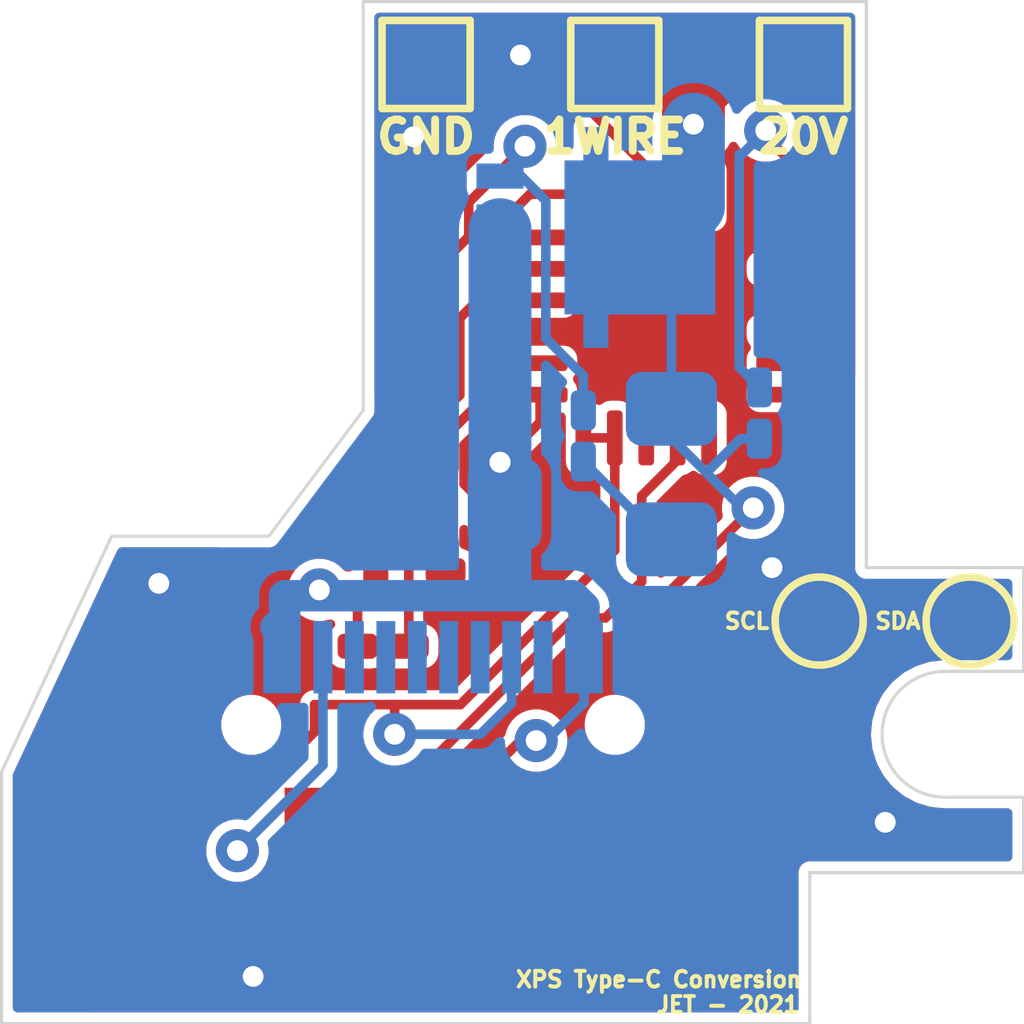
<source format=kicad_pcb>
(kicad_pcb (version 20171130) (host pcbnew "(5.1.7)-1")

  (general
    (thickness 1.6)
    (drawings 18)
    (tracks 182)
    (zones 0)
    (modules 19)
    (nets 16)
  )

  (page A4)
  (layers
    (0 F.Cu signal hide)
    (31 B.Cu jumper hide)
    (32 B.Adhes user)
    (33 F.Adhes user)
    (34 B.Paste user)
    (35 F.Paste user)
    (36 B.SilkS user)
    (37 F.SilkS user)
    (38 B.Mask user)
    (39 F.Mask user)
    (40 Dwgs.User user)
    (41 Cmts.User user hide)
    (44 Edge.Cuts user)
    (45 Margin user)
    (46 B.CrtYd user)
    (47 F.CrtYd user)
    (48 B.Fab user hide)
    (49 F.Fab user hide)
  )

  (setup
    (last_trace_width 0.1524)
    (user_trace_width 0.5)
    (user_trace_width 1)
    (trace_clearance 0.1524)
    (zone_clearance 0.1524)
    (zone_45_only no)
    (trace_min 0)
    (via_size 0.6858)
    (via_drill 0.3302)
    (via_min_size 0.6858)
    (via_min_drill 0.3302)
    (uvia_size 0.6858)
    (uvia_drill 0.3302)
    (uvias_allowed no)
    (uvia_min_size 0)
    (uvia_min_drill 0)
    (edge_width 0.05)
    (segment_width 0.2)
    (pcb_text_width 0.3)
    (pcb_text_size 1.5 1.5)
    (mod_edge_width 0.12)
    (mod_text_size 1 1)
    (mod_text_width 0.15)
    (pad_size 1.2 0.6)
    (pad_drill 0)
    (pad_to_mask_clearance 0.0508)
    (aux_axis_origin 0 0)
    (visible_elements 7FFFFFFF)
    (pcbplotparams
      (layerselection 0x010fc_ffffffff)
      (usegerberextensions false)
      (usegerberattributes true)
      (usegerberadvancedattributes true)
      (creategerberjobfile true)
      (excludeedgelayer true)
      (linewidth 0.100000)
      (plotframeref false)
      (viasonmask false)
      (mode 1)
      (useauxorigin false)
      (hpglpennumber 1)
      (hpglpenspeed 20)
      (hpglpendiameter 15.000000)
      (psnegative false)
      (psa4output false)
      (plotreference true)
      (plotvalue true)
      (plotinvisibletext false)
      (padsonsilk false)
      (subtractmaskfromsilk false)
      (outputformat 1)
      (mirror false)
      (drillshape 1)
      (scaleselection 1)
      (outputdirectory ""))
  )

  (net 0 "")
  (net 1 VDD)
  (net 2 GND)
  (net 3 "Net-(C3-Pad1)")
  (net 4 "Net-(Q1-Pad4)")
  (net 5 "Net-(R1-Pad1)")
  (net 6 "Net-(R2-Pad2)")
  (net 7 "Net-(R4-Pad2)")
  (net 8 "Net-(TP1-Pad1)")
  (net 9 "Net-(C2-Pad2)")
  (net 10 "Net-(C4-Pad2)")
  (net 11 "Net-(TP2-Pad1)")
  (net 12 "Net-(TP4-Pad1)")
  (net 13 Vsnk)
  (net 14 "Net-(D1-Pad4)")
  (net 15 "Net-(D1-Pad6)")

  (net_class Default "This is the default net class."
    (clearance 0.1524)
    (trace_width 0.1524)
    (via_dia 0.6858)
    (via_drill 0.3302)
    (uvia_dia 0.6858)
    (uvia_drill 0.3302)
    (add_net GND)
    (add_net "Net-(C2-Pad2)")
    (add_net "Net-(C3-Pad1)")
    (add_net "Net-(C4-Pad2)")
    (add_net "Net-(D1-Pad4)")
    (add_net "Net-(D1-Pad6)")
    (add_net "Net-(Q1-Pad4)")
    (add_net "Net-(R1-Pad1)")
    (add_net "Net-(R2-Pad2)")
    (add_net "Net-(R4-Pad2)")
    (add_net "Net-(TP1-Pad1)")
    (add_net "Net-(TP2-Pad1)")
    (add_net "Net-(TP4-Pad1)")
    (add_net VDD)
    (add_net Vsnk)
  )

  (module Package_DFN_QFN:HVQFN-24-1EP_4x4mm_P0.5mm_EP2.5x2.5mm (layer F.Cu) (tedit 5FF1080A) (tstamp 5FED8235)
    (at 119.75 92.75 90)
    (descr "HVQFN, 24 Pin (https://www.nxp.com/docs/en/package-information/SOT616-3.pdf), generated with kicad-footprint-generator ipc_noLead_generator.py")
    (tags "HVQFN NoLead")
    (path /5FEA5C9F)
    (attr smd)
    (fp_text reference U1 (at 0.05 0.05 180) (layer F.SilkS) hide
      (effects (font (size 1 1) (thickness 0.15)))
    )
    (fp_text value STUSB4500QTR (at 0 3.32 -90) (layer F.Fab)
      (effects (font (size 1 1) (thickness 0.15)))
    )
    (fp_line (start -1 -2) (end 2 -2) (layer F.Fab) (width 0.1))
    (fp_line (start 2 -2) (end 2 2) (layer F.Fab) (width 0.1))
    (fp_line (start 2 2) (end -2 2) (layer F.Fab) (width 0.1))
    (fp_line (start -2 2) (end -2 -1) (layer F.Fab) (width 0.1))
    (fp_line (start -2 -1) (end -1 -2) (layer F.Fab) (width 0.1))
    (fp_line (start -2.62 -2.62) (end -2.62 2.62) (layer F.CrtYd) (width 0.05))
    (fp_line (start -2.62 2.62) (end 2.62 2.62) (layer F.CrtYd) (width 0.05))
    (fp_line (start 2.62 2.62) (end 2.62 -2.62) (layer F.CrtYd) (width 0.05))
    (fp_line (start 2.62 -2.62) (end -2.62 -2.62) (layer F.CrtYd) (width 0.05))
    (fp_text user %R (at 0 0 -90) (layer F.Fab)
      (effects (font (size 1 1) (thickness 0.15)))
    )
    (pad 1 smd roundrect (at -1.9375 -1.25 90) (size 0.875 0.25) (layers F.Cu F.Paste F.Mask) (roundrect_rratio 0.25)
      (net 15 "Net-(D1-Pad6)"))
    (pad 2 smd roundrect (at -1.9375 -0.75 90) (size 0.875 0.25) (layers F.Cu F.Paste F.Mask) (roundrect_rratio 0.25)
      (net 15 "Net-(D1-Pad6)"))
    (pad 3 smd roundrect (at -1.9375 -0.25 90) (size 0.875 0.25) (layers F.Cu F.Paste F.Mask) (roundrect_rratio 0.25))
    (pad 4 smd roundrect (at -1.9375 0.25 90) (size 0.875 0.25) (layers F.Cu F.Paste F.Mask) (roundrect_rratio 0.25)
      (net 14 "Net-(D1-Pad4)"))
    (pad 5 smd roundrect (at -1.9375 0.75 90) (size 0.875 0.25) (layers F.Cu F.Paste F.Mask) (roundrect_rratio 0.25)
      (net 14 "Net-(D1-Pad4)"))
    (pad 6 smd roundrect (at -1.9375 1.25 90) (size 0.875 0.25) (layers F.Cu F.Paste F.Mask) (roundrect_rratio 0.25)
      (net 2 GND))
    (pad 7 smd roundrect (at -1.25 1.9375 90) (size 0.25 0.875) (layers F.Cu F.Paste F.Mask) (roundrect_rratio 0.25)
      (net 8 "Net-(TP1-Pad1)"))
    (pad 8 smd roundrect (at -0.75 1.9375 90) (size 0.25 0.875) (layers F.Cu F.Paste F.Mask) (roundrect_rratio 0.25)
      (net 11 "Net-(TP2-Pad1)"))
    (pad 9 smd roundrect (at -0.25 1.9375 90) (size 0.25 0.875) (layers F.Cu F.Paste F.Mask) (roundrect_rratio 0.25)
      (net 6 "Net-(R2-Pad2)"))
    (pad 10 smd roundrect (at 0.25 1.9375 90) (size 0.25 0.875) (layers F.Cu F.Paste F.Mask) (roundrect_rratio 0.25)
      (net 2 GND))
    (pad 11 smd roundrect (at 0.75 1.9375 90) (size 0.25 0.875) (layers F.Cu F.Paste F.Mask) (roundrect_rratio 0.25))
    (pad 12 smd roundrect (at 1.25 1.9375 90) (size 0.25 0.875) (layers F.Cu F.Paste F.Mask) (roundrect_rratio 0.25)
      (net 2 GND))
    (pad 13 smd roundrect (at 1.9375 1.25 90) (size 0.875 0.25) (layers F.Cu F.Paste F.Mask) (roundrect_rratio 0.25)
      (net 2 GND))
    (pad 14 smd roundrect (at 1.9375 0.75 90) (size 0.875 0.25) (layers F.Cu F.Paste F.Mask) (roundrect_rratio 0.25))
    (pad 15 smd roundrect (at 1.9375 0.25 90) (size 0.875 0.25) (layers F.Cu F.Paste F.Mask) (roundrect_rratio 0.25))
    (pad 16 smd roundrect (at 1.9375 -0.25 90) (size 0.875 0.25) (layers F.Cu F.Paste F.Mask) (roundrect_rratio 0.25)
      (net 7 "Net-(R4-Pad2)"))
    (pad 17 smd roundrect (at 1.9375 -0.75 90) (size 0.875 0.25) (layers F.Cu F.Paste F.Mask) (roundrect_rratio 0.25))
    (pad 18 smd roundrect (at 1.9375 -1.25 90) (size 0.875 0.25) (layers F.Cu F.Paste F.Mask) (roundrect_rratio 0.25)
      (net 5 "Net-(R1-Pad1)"))
    (pad 19 smd roundrect (at 1.25 -1.9375 90) (size 0.25 0.875) (layers F.Cu F.Paste F.Mask) (roundrect_rratio 0.25))
    (pad 20 smd roundrect (at 0.75 -1.9375 90) (size 0.25 0.875) (layers F.Cu F.Paste F.Mask) (roundrect_rratio 0.25))
    (pad 21 smd roundrect (at 0.25 -1.9375 90) (size 0.25 0.875) (layers F.Cu F.Paste F.Mask) (roundrect_rratio 0.25)
      (net 9 "Net-(C2-Pad2)"))
    (pad 22 smd roundrect (at -0.25 -1.9375 90) (size 0.25 0.875) (layers F.Cu F.Paste F.Mask) (roundrect_rratio 0.25)
      (net 2 GND))
    (pad 23 smd roundrect (at -0.75 -1.9375 90) (size 0.25 0.875) (layers F.Cu F.Paste F.Mask) (roundrect_rratio 0.25)
      (net 3 "Net-(C3-Pad1)"))
    (pad 24 smd roundrect (at -1.25 -1.9375 90) (size 0.25 0.875) (layers F.Cu F.Paste F.Mask) (roundrect_rratio 0.25)
      (net 1 VDD))
    (pad 25 smd rect (at 0 0 90) (size 2.5 2.5) (layers F.Cu F.Mask)
      (net 2 GND))
    (pad "" smd roundrect (at -0.625 -0.625 90) (size 1.01 1.01) (layers F.Paste) (roundrect_rratio 0.247525))
    (pad "" smd roundrect (at -0.625 0.625 90) (size 1.01 1.01) (layers F.Paste) (roundrect_rratio 0.247525))
    (pad "" smd roundrect (at 0.625 -0.625 90) (size 1.01 1.01) (layers F.Paste) (roundrect_rratio 0.247525))
    (pad "" smd roundrect (at 0.625 0.625 90) (size 1.01 1.01) (layers F.Paste) (roundrect_rratio 0.247525))
    (model ${KISYS3DMOD}/Package_DFN_QFN.3dshapes/HVQFN-24-1EP_4x4mm_P0.5mm_EP2.5x2.5mm.wrl
      (at (xyz 0 0 0))
      (scale (xyz 1 1 1))
      (rotate (xyz 0 0 0))
    )
    (model ${KISYS3DMOD}/Package_DFN_QFN.3dshapes/QFN-24-1EP_4x4mm_P0.5mm_EP2.7x2.7mm.wrl
      (at (xyz 0 0 0))
      (scale (xyz 1 1 1))
      (rotate (xyz 0 0 0))
    )
  )

  (module ESDA25SC6Y:STMicroelectronics-SOT23-6L-0-0-0 (layer F.Cu) (tedit 5FF107F1) (tstamp 5FED8138)
    (at 115.5 101.5 180)
    (path /5FEF0AA2)
    (fp_text reference D1 (at -2.05 -2.325) (layer F.SilkS) hide
      (effects (font (size 1 1) (thickness 0.15)) (justify right))
    )
    (fp_text value ESDA25SC6Y (at 0 0) (layer F.SilkS) hide
      (effects (font (size 1.27 1.27) (thickness 0.15)))
    )
    (fp_line (start -0.875 1.525) (end -0.875 -1.525) (layer F.Fab) (width 0.15))
    (fp_line (start -0.875 -1.525) (end 0.875 -1.525) (layer F.Fab) (width 0.15))
    (fp_line (start 0.875 -1.525) (end 0.875 1.525) (layer F.Fab) (width 0.15))
    (fp_line (start 0.875 1.525) (end -0.875 1.525) (layer F.Fab) (width 0.15))
    (fp_line (start 1.775 -1.55) (end 1.775 -1.55) (layer F.CrtYd) (width 0.15))
    (fp_line (start 1.775 -1.55) (end -1.775 -1.55) (layer F.CrtYd) (width 0.15))
    (fp_line (start -1.775 -1.55) (end -1.775 1.55) (layer F.CrtYd) (width 0.15))
    (fp_line (start -1.775 1.55) (end 1.775 1.55) (layer F.CrtYd) (width 0.15))
    (fp_line (start 1.775 1.55) (end 1.775 -1.55) (layer F.CrtYd) (width 0.15))
    (pad 1 smd rect (at -1.15 -0.95 180) (size 1.2 0.6) (layers F.Cu F.Paste F.Mask)
      (net 13 Vsnk))
    (pad 2 smd rect (at -1.15 0 180) (size 1.2 0.6) (layers F.Cu F.Paste F.Mask)
      (net 2 GND))
    (pad 3 smd rect (at -1.15 0.95 180) (size 1.2 0.6) (layers F.Cu F.Paste F.Mask)
      (net 1 VDD))
    (pad 4 smd rect (at 1.15 0.95 180) (size 1.2 0.6) (layers F.Cu F.Paste F.Mask)
      (net 14 "Net-(D1-Pad4)"))
    (pad 5 smd rect (at 1.15 0 180) (size 1.2 0.6) (layers F.Cu F.Paste F.Mask)
      (net 2 GND))
    (pad 6 smd rect (at 1.15 -0.95 180) (size 1.2 0.6) (layers F.Cu F.Paste F.Mask)
      (net 15 "Net-(D1-Pad6)"))
    (model eec.models/STMicroelectronics_-_ESDA25SC6Y.step
      (at (xyz 0 0 0))
      (scale (xyz 1 1 1))
      (rotate (xyz 0 0 0))
    )
    (model ${KISYS3DMOD}/Package_TO_SOT_SMD.3dshapes/SOT-23-6.wrl
      (at (xyz 0 0 0))
      (scale (xyz 1 1 1))
      (rotate (xyz 0 0 0))
    )
  )

  (module DS2502:Maxim-DS2502R+TR-Level_A (layer F.Cu) (tedit 5FF107E7) (tstamp 5FED824A)
    (at 111.050002 101.749999 90)
    (path /5FEC4121)
    (fp_text reference U2 (at -3.4 -2.500001 90) (layer F.SilkS) hide
      (effects (font (size 1 1) (thickness 0.15)) (justify left))
    )
    (fp_text value DS2502R+TR (at 0 0 90) (layer F.SilkS) hide
      (effects (font (size 1.27 1.27) (thickness 0.15)))
    )
    (fp_line (start -0.700001 1.52) (end 0.699999 1.52) (layer F.Fab) (width 0.1))
    (fp_line (start -0.700001 -1.52) (end 0.699999 -1.52) (layer F.Fab) (width 0.1))
    (fp_line (start 0.699999 1.52) (end 0.699999 -1.52) (layer F.Fab) (width 0.1))
    (fp_line (start -0.700001 1.52) (end -0.700001 -1.52) (layer F.Fab) (width 0.1))
    (fp_line (start 2.325001 -1.925001) (end 2.325001 -1.925001) (layer F.CrtYd) (width 0.15))
    (fp_line (start 2.325001 -1.925001) (end -2.324999 -1.925001) (layer F.CrtYd) (width 0.15))
    (fp_line (start -2.324999 -1.925001) (end -2.324999 1.924999) (layer F.CrtYd) (width 0.15))
    (fp_line (start -2.324999 1.924999) (end 2.325001 1.924999) (layer F.CrtYd) (width 0.15))
    (fp_line (start 2.325001 1.924999) (end 2.325001 -1.925001) (layer F.CrtYd) (width 0.15))
    (pad 3 smd rect (at 1.000001 -0.000001) (size 0.599999 1.799999) (layers F.Cu F.Paste F.Mask)
      (net 2 GND))
    (pad 2 smd rect (at -1.000001 0.949998) (size 0.599999 1.799999) (layers F.Cu F.Paste F.Mask)
      (net 2 GND))
    (pad 1 smd rect (at -1.000001 -0.950001) (size 0.599999 1.799999) (layers F.Cu F.Paste F.Mask)
      (net 12 "Net-(TP4-Pad1)"))
    (model ${KISYS3DMOD}/Package_TO_SOT_SMD.3dshapes/SOT-23.wrl
      (at (xyz 0 0 0))
      (scale (xyz 1 1 1))
      (rotate (xyz 0 0 0))
    )
  )

  (module STL6P3LLH6:STMicroelectronics-PowerFLAT3.3x3.3-8465286-0-2-MFG (layer B.Cu) (tedit 5FF107A4) (tstamp 5FF023D8)
    (at 118.7 91.5 90)
    (path /5FEDD0C7)
    (fp_text reference Q1 (at -1 0.5 90) (layer B.SilkS) hide
      (effects (font (size 1 1) (thickness 0.15)) (justify right mirror))
    )
    (fp_text value STL6P3LLH6 (at 0 0 90) (layer B.SilkS) hide
      (effects (font (size 1.27 1.27) (thickness 0.15)) (justify mirror))
    )
    (fp_line (start -1.625 -1.55) (end -1.625 1.55) (layer B.Fab) (width 0.15))
    (fp_line (start -1.625 1.55) (end 1.625 1.55) (layer B.Fab) (width 0.15))
    (fp_line (start 1.625 1.55) (end 1.625 -1.55) (layer B.Fab) (width 0.15))
    (fp_line (start 1.625 -1.55) (end -1.625 -1.55) (layer B.Fab) (width 0.15))
    (fp_line (start 1.780001 1.925) (end 1.780001 1.925) (layer B.CrtYd) (width 0.15))
    (fp_line (start 1.780001 1.925) (end -1.780001 1.925) (layer B.CrtYd) (width 0.15))
    (fp_line (start -1.780001 1.925) (end -1.780001 -1.925) (layer B.CrtYd) (width 0.15))
    (fp_line (start -1.780001 -1.925) (end 1.780001 -1.925) (layer B.CrtYd) (width 0.15))
    (fp_line (start 1.780001 -1.925) (end 1.780001 1.925) (layer B.CrtYd) (width 0.15))
    (pad 1 smd rect (at -0.975 -1.525 90) (size 0.4 0.75) (layers B.Cu B.Paste B.Mask)
      (net 1 VDD))
    (pad 2 smd rect (at -0.325 -1.525 90) (size 0.4 0.75) (layers B.Cu B.Paste B.Mask)
      (net 1 VDD))
    (pad 3 smd rect (at 0.325 -1.525 90) (size 0.4 0.75) (layers B.Cu B.Paste B.Mask)
      (net 1 VDD))
    (pad 4 smd rect (at 0.975 -1.525 90) (size 0.4 0.75) (layers B.Cu B.Paste B.Mask)
      (net 4 "Net-(Q1-Pad4)"))
    (pad 5-6-7-8 smd custom (at 0 1.05 90) (size 1 1) (layers B.Cu B.Paste B.Mask)
      (net 13 Vsnk)
      (options (clearance outline) (anchor circle))
      (primitives
        (gr_poly (pts
           (xy -1.225 -1.55) (xy 1.225 -1.55) (xy 1.225 -1.25) (xy 1.755 -1.25) (xy 1.755 -0.85)
           (xy 1.225 -0.85) (xy 1.225 0.85) (xy -1.225 0.85) (xy -1.225 -0.85) (xy -1.755 -0.85)
           (xy -1.755 -1.25) (xy -1.225 -1.25) (xy -1.225 -1.55)) (width 0))
      ))
    (model eec.models/STMicroelectronics_-_STL6P3LLH6.step
      (at (xyz 0 0 0))
      (scale (xyz 1 1 1))
      (rotate (xyz 0 0 0))
    )
    (model "C:/Users/jakob/USB-C Converter/Trans_STMicroelectronics_STL6P3LLH6/eec.models/STMicroelectronics_-_STL6P3LLH6.step"
      (at (xyz 0 0 0))
      (scale (xyz 1 1 1))
      (rotate (xyz 0 0 0))
    )
  )

  (module Capacitor_SMD:C_0805_2012Metric_Pad1.18x1.45mm_HandSolder (layer B.Cu) (tedit 5FF1078B) (tstamp 5FED8122)
    (at 119.9 95.2625 270)
    (descr "Capacitor SMD 0805 (2012 Metric), square (rectangular) end terminal, IPC_7351 nominal with elongated pad for handsoldering. (Body size source: IPC-SM-782 page 76, https://www.pcb-3d.com/wordpress/wp-content/uploads/ipc-sm-782a_amendment_1_and_2.pdf, https://docs.google.com/spreadsheets/d/1BsfQQcO9C6DZCsRaXUlFlo91Tg2WpOkGARC1WS5S8t0/edit?usp=sharing), generated with kicad-footprint-generator")
    (tags "capacitor handsolder")
    (path /5FF59F4A)
    (attr smd)
    (fp_text reference C4 (at 0 1.68 270) (layer B.SilkS) hide
      (effects (font (size 1 1) (thickness 0.15)) (justify mirror))
    )
    (fp_text value 100n (at 0 -1.68 270) (layer B.Fab)
      (effects (font (size 1 1) (thickness 0.15)) (justify mirror))
    )
    (fp_text user %R (at 0 0 270) (layer B.Fab)
      (effects (font (size 0.5 0.5) (thickness 0.08)) (justify mirror))
    )
    (fp_line (start -1 -0.625) (end -1 0.625) (layer B.Fab) (width 0.1))
    (fp_line (start -1 0.625) (end 1 0.625) (layer B.Fab) (width 0.1))
    (fp_line (start 1 0.625) (end 1 -0.625) (layer B.Fab) (width 0.1))
    (fp_line (start 1 -0.625) (end -1 -0.625) (layer B.Fab) (width 0.1))
    (fp_line (start -1.88 -0.98) (end -1.88 0.98) (layer B.CrtYd) (width 0.05))
    (fp_line (start -1.88 0.98) (end 1.88 0.98) (layer B.CrtYd) (width 0.05))
    (fp_line (start 1.88 0.98) (end 1.88 -0.98) (layer B.CrtYd) (width 0.05))
    (fp_line (start 1.88 -0.98) (end -1.88 -0.98) (layer B.CrtYd) (width 0.05))
    (pad 2 smd roundrect (at 1.0375 0 270) (size 1.175 1.45) (layers B.Cu B.Paste B.Mask) (roundrect_rratio 0.212766)
      (net 10 "Net-(C4-Pad2)"))
    (pad 1 smd roundrect (at -1.0375 0 270) (size 1.175 1.45) (layers B.Cu B.Paste B.Mask) (roundrect_rratio 0.212766)
      (net 13 Vsnk))
    (model ${KISYS3DMOD}/Capacitor_SMD.3dshapes/C_0805_2012Metric.wrl
      (at (xyz 0 0 0))
      (scale (xyz 1 1 1))
      (rotate (xyz 0 0 0))
    )
  )

  (module Capacitor_SMD:C_0805_2012Metric_Pad1.18x1.45mm_HandSolder (layer B.Cu) (tedit 5FF1077A) (tstamp 5FED80EF)
    (at 116.2125 95.75)
    (descr "Capacitor SMD 0805 (2012 Metric), square (rectangular) end terminal, IPC_7351 nominal with elongated pad for handsoldering. (Body size source: IPC-SM-782 page 76, https://www.pcb-3d.com/wordpress/wp-content/uploads/ipc-sm-782a_amendment_1_and_2.pdf, https://docs.google.com/spreadsheets/d/1BsfQQcO9C6DZCsRaXUlFlo91Tg2WpOkGARC1WS5S8t0/edit?usp=sharing), generated with kicad-footprint-generator")
    (tags "capacitor handsolder")
    (path /5FEC5DAA)
    (attr smd)
    (fp_text reference C1 (at 0 1.68 180) (layer B.SilkS) hide
      (effects (font (size 1 1) (thickness 0.15)) (justify mirror))
    )
    (fp_text value 4.7u (at 0 -1.68) (layer B.Fab)
      (effects (font (size 1 1) (thickness 0.15)) (justify mirror))
    )
    (fp_text user %R (at 0 0) (layer B.Fab)
      (effects (font (size 0.5 0.5) (thickness 0.08)) (justify mirror))
    )
    (fp_line (start -1 -0.625) (end -1 0.625) (layer B.Fab) (width 0.1))
    (fp_line (start -1 0.625) (end 1 0.625) (layer B.Fab) (width 0.1))
    (fp_line (start 1 0.625) (end 1 -0.625) (layer B.Fab) (width 0.1))
    (fp_line (start 1 -0.625) (end -1 -0.625) (layer B.Fab) (width 0.1))
    (fp_line (start -1.88 -0.98) (end -1.88 0.98) (layer B.CrtYd) (width 0.05))
    (fp_line (start -1.88 0.98) (end 1.88 0.98) (layer B.CrtYd) (width 0.05))
    (fp_line (start 1.88 0.98) (end 1.88 -0.98) (layer B.CrtYd) (width 0.05))
    (fp_line (start 1.88 -0.98) (end -1.88 -0.98) (layer B.CrtYd) (width 0.05))
    (pad 2 smd roundrect (at 1.0375 0) (size 1.175 1.45) (layers B.Cu B.Paste B.Mask) (roundrect_rratio 0.212766)
      (net 1 VDD))
    (pad 1 smd roundrect (at -1.0375 0) (size 1.175 1.45) (layers B.Cu B.Paste B.Mask) (roundrect_rratio 0.212766)
      (net 2 GND))
    (model ${KISYS3DMOD}/Capacitor_SMD.3dshapes/C_0805_2012Metric.wrl
      (at (xyz 0 0 0))
      (scale (xyz 1 1 1))
      (rotate (xyz 0 0 0))
    )
  )

  (module USB4110-GF-A:GCT_USB4110-GF-A (layer B.Cu) (tedit 5FF10766) (tstamp 5FEDC3D5)
    (at 116.11 99.25 180)
    (path /5FF29FF3)
    (fp_text reference J1 (at -1.425 3.135 180) (layer B.SilkS) hide
      (effects (font (size 1 1) (thickness 0.015)) (justify mirror))
    )
    (fp_text value USB4110-GF-A (at 5.56 -7.265 180) (layer B.Fab)
      (effects (font (size 1 1) (thickness 0.015)) (justify mirror))
    )
    (fp_line (start -4.47 1.07) (end -4.47 -6.28) (layer B.Fab) (width 0.1))
    (fp_line (start -4.47 -6.28) (end 4.47 -6.28) (layer B.Fab) (width 0.1))
    (fp_line (start 4.47 -6.28) (end 4.47 1.07) (layer B.Fab) (width 0.1))
    (fp_line (start 4.47 1.07) (end -4.47 1.07) (layer B.Fab) (width 0.1))
    (fp_line (start -6.45 1.9) (end 6.45 1.9) (layer B.CrtYd) (width 0.05))
    (fp_line (start 6.45 1.9) (end 6.45 -6.53) (layer B.CrtYd) (width 0.05))
    (fp_line (start 6.45 -6.53) (end -6.45 -6.53) (layer B.CrtYd) (width 0.05))
    (fp_line (start -6.45 -6.53) (end -6.45 1.9) (layer B.CrtYd) (width 0.05))
    (pad A1/B12 smd rect (at -3.2 1.075 180) (size 0.6 1.15) (layers B.Cu B.Paste B.Mask)
      (net 2 GND))
    (pad A4/B9 smd rect (at -2.4 1.075 180) (size 0.6 1.15) (layers B.Cu B.Paste B.Mask)
      (net 1 VDD))
    (pad B4/A9 smd rect (at 2.4 1.075 180) (size 0.6 1.15) (layers B.Cu B.Paste B.Mask)
      (net 1 VDD))
    (pad B1/A12 smd rect (at 3.2 1.075 180) (size 0.6 1.15) (layers B.Cu B.Paste B.Mask)
      (net 2 GND))
    (pad B8 smd rect (at -1.75 1.075 180) (size 0.3 1.15) (layers B.Cu B.Paste B.Mask))
    (pad B5 smd rect (at 1.75 1.075 180) (size 0.3 1.15) (layers B.Cu B.Paste B.Mask)
      (net 14 "Net-(D1-Pad4)"))
    (pad A5 smd rect (at -1.25 1.075 180) (size 0.3 1.15) (layers B.Cu B.Paste B.Mask)
      (net 15 "Net-(D1-Pad6)"))
    (pad A8 smd rect (at 1.25 1.075 180) (size 0.3 1.15) (layers B.Cu B.Paste B.Mask))
    (pad B7 smd rect (at -0.75 1.075 180) (size 0.3 1.15) (layers B.Cu B.Paste B.Mask))
    (pad B6 smd rect (at 0.75 1.075 180) (size 0.3 1.15) (layers B.Cu B.Paste B.Mask))
    (pad A6 smd rect (at -0.25 1.075 180) (size 0.3 1.15) (layers B.Cu B.Paste B.Mask))
    (pad A7 smd rect (at 0.25 1.075 180) (size 0.3 1.15) (layers B.Cu B.Paste B.Mask))
    (pad S1 smd rect (at -5.11 0.5 180) (size 2.18 2) (layers B.Cu B.Paste B.Mask)
      (net 2 GND))
    (pad S2 smd rect (at 5.11 0.5 180) (size 1.8 2) (drill (offset -0.48 0)) (layers B.Cu B.Paste B.Mask)
      (net 2 GND))
    (pad S3 smd rect (at -5.11 -3.43 180) (size 2.18 2) (drill (offset 0.4 0)) (layers B.Cu B.Paste B.Mask)
      (net 2 GND))
    (pad S4 smd rect (at 5.11 -3.43 180) (size 2.18 2) (layers B.Cu B.Paste B.Mask)
      (net 2 GND))
    (pad None np_thru_hole circle (at -2.89 0 180) (size 0.65 0.65) (drill 0.65) (layers *.Cu *.Mask))
    (pad None np_thru_hole circle (at 2.89 0 180) (size 0.65 0.65) (drill 0.65) (layers *.Cu *.Mask))
    (model "C:/Users/jakob/USB-C Converter/USB4110-GF-A/USB4110-GF-A.step"
      (offset (xyz 0 -6.3 1.5))
      (scale (xyz 1 1 1))
      (rotate (xyz 90 180 180))
    )
  )

  (module TestPoint:TestPoint_Pad_D1.0mm (layer F.Cu) (tedit 5A0F774F) (tstamp 5FEDDB74)
    (at 122.25 97.6)
    (descr "SMD pad as test Point, diameter 1.0mm")
    (tags "test point SMD pad")
    (path /5FEB2D7D)
    (attr virtual)
    (fp_text reference SCL (at -1.15 0 180) (layer F.SilkS)
      (effects (font (size 0.25 0.25) (thickness 0.0625)))
    )
    (fp_text value SCL (at 0 1.55) (layer F.Fab)
      (effects (font (size 1 1) (thickness 0.15)))
    )
    (fp_circle (center 0 0) (end 1 0) (layer F.CrtYd) (width 0.05))
    (fp_circle (center 0 0) (end 0 0.7) (layer F.SilkS) (width 0.12))
    (fp_text user %R (at 0 -1.45) (layer F.Fab)
      (effects (font (size 1 1) (thickness 0.15)))
    )
    (pad 1 smd circle (at 0 0) (size 1 1) (layers F.Cu F.Mask)
      (net 8 "Net-(TP1-Pad1)"))
  )

  (module Capacitor_SMD:C_0201_0603Metric_Pad0.64x0.40mm_HandSolder (layer F.Cu) (tedit 5F6BB9E0) (tstamp 5FF0014F)
    (at 116.7175 96.8 180)
    (descr "Capacitor SMD 0201 (0603 Metric), square (rectangular) end terminal, IPC_7351 nominal with elongated pad for handsoldering. (Body size source: https://www.vishay.com/docs/20052/crcw0201e3.pdf), generated with kicad-footprint-generator")
    (tags "capacitor handsolder")
    (path /5FEC6DC0)
    (attr smd)
    (fp_text reference C2 (at 0 -1.05) (layer F.SilkS) hide
      (effects (font (size 1 1) (thickness 0.15)))
    )
    (fp_text value 1uF (at 0 1.05) (layer F.Fab)
      (effects (font (size 1 1) (thickness 0.15)))
    )
    (fp_line (start -0.3 0.15) (end -0.3 -0.15) (layer F.Fab) (width 0.1))
    (fp_line (start -0.3 -0.15) (end 0.3 -0.15) (layer F.Fab) (width 0.1))
    (fp_line (start 0.3 -0.15) (end 0.3 0.15) (layer F.Fab) (width 0.1))
    (fp_line (start 0.3 0.15) (end -0.3 0.15) (layer F.Fab) (width 0.1))
    (fp_line (start -0.88 0.35) (end -0.88 -0.35) (layer F.CrtYd) (width 0.05))
    (fp_line (start -0.88 -0.35) (end 0.88 -0.35) (layer F.CrtYd) (width 0.05))
    (fp_line (start 0.88 -0.35) (end 0.88 0.35) (layer F.CrtYd) (width 0.05))
    (fp_line (start 0.88 0.35) (end -0.88 0.35) (layer F.CrtYd) (width 0.05))
    (fp_text user %R (at 0 -0.68) (layer F.Fab)
      (effects (font (size 0.25 0.25) (thickness 0.04)))
    )
    (pad "" smd roundrect (at -0.4325 0 180) (size 0.458 0.36) (layers F.Paste) (roundrect_rratio 0.25))
    (pad "" smd roundrect (at 0.4325 0 180) (size 0.458 0.36) (layers F.Paste) (roundrect_rratio 0.25))
    (pad 1 smd roundrect (at -0.4075 0 180) (size 0.635 0.4) (layers F.Cu F.Mask) (roundrect_rratio 0.25)
      (net 2 GND))
    (pad 2 smd roundrect (at 0.4075 0 180) (size 0.635 0.4) (layers F.Cu F.Mask) (roundrect_rratio 0.25)
      (net 9 "Net-(C2-Pad2)"))
    (model ${KISYS3DMOD}/Capacitor_SMD.3dshapes/C_0201_0603Metric.wrl
      (at (xyz 0 0 0))
      (scale (xyz 1 1 1))
      (rotate (xyz 0 0 0))
    )
  )

  (module Capacitor_SMD:C_0201_0603Metric_Pad0.64x0.40mm_HandSolder (layer F.Cu) (tedit 5F6BB9E0) (tstamp 5FED8111)
    (at 117.4925 95.85)
    (descr "Capacitor SMD 0201 (0603 Metric), square (rectangular) end terminal, IPC_7351 nominal with elongated pad for handsoldering. (Body size source: https://www.vishay.com/docs/20052/crcw0201e3.pdf), generated with kicad-footprint-generator")
    (tags "capacitor handsolder")
    (path /5FEC7FA8)
    (attr smd)
    (fp_text reference C3 (at -1.2925 -0.05 180) (layer F.SilkS) hide
      (effects (font (size 1 1) (thickness 0.15)))
    )
    (fp_text value 1uF (at 0 1.05) (layer F.Fab)
      (effects (font (size 1 1) (thickness 0.15)))
    )
    (fp_line (start 0.88 0.35) (end -0.88 0.35) (layer F.CrtYd) (width 0.05))
    (fp_line (start 0.88 -0.35) (end 0.88 0.35) (layer F.CrtYd) (width 0.05))
    (fp_line (start -0.88 -0.35) (end 0.88 -0.35) (layer F.CrtYd) (width 0.05))
    (fp_line (start -0.88 0.35) (end -0.88 -0.35) (layer F.CrtYd) (width 0.05))
    (fp_line (start 0.3 0.15) (end -0.3 0.15) (layer F.Fab) (width 0.1))
    (fp_line (start 0.3 -0.15) (end 0.3 0.15) (layer F.Fab) (width 0.1))
    (fp_line (start -0.3 -0.15) (end 0.3 -0.15) (layer F.Fab) (width 0.1))
    (fp_line (start -0.3 0.15) (end -0.3 -0.15) (layer F.Fab) (width 0.1))
    (fp_text user %R (at 0 -0.68) (layer F.Fab)
      (effects (font (size 0.25 0.25) (thickness 0.04)))
    )
    (pad 2 smd roundrect (at 0.4075 0) (size 0.635 0.4) (layers F.Cu F.Mask) (roundrect_rratio 0.25)
      (net 2 GND))
    (pad 1 smd roundrect (at -0.4075 0) (size 0.635 0.4) (layers F.Cu F.Mask) (roundrect_rratio 0.25)
      (net 3 "Net-(C3-Pad1)"))
    (pad "" smd roundrect (at 0.4325 0) (size 0.458 0.36) (layers F.Paste) (roundrect_rratio 0.25))
    (pad "" smd roundrect (at -0.4325 0) (size 0.458 0.36) (layers F.Paste) (roundrect_rratio 0.25))
    (model ${KISYS3DMOD}/Capacitor_SMD.3dshapes/C_0201_0603Metric.wrl
      (at (xyz 0 0 0))
      (scale (xyz 1 1 1))
      (rotate (xyz 0 0 0))
    )
  )

  (module Resistor_SMD:R_0201_0603Metric_Pad0.64x0.40mm_HandSolder (layer F.Cu) (tedit 5F6BB9E0) (tstamp 5FED8185)
    (at 115.3175 98 180)
    (descr "Resistor SMD 0201 (0603 Metric), square (rectangular) end terminal, IPC_7351 nominal with elongated pad for handsoldering. (Body size source: https://www.vishay.com/docs/20052/crcw0201e3.pdf), generated with kicad-footprint-generator")
    (tags "resistor handsolder")
    (path /5FF26AF8)
    (attr smd)
    (fp_text reference R1 (at 0 -1.05) (layer F.SilkS) hide
      (effects (font (size 1 1) (thickness 0.15)))
    )
    (fp_text value 1k (at 0 1.05) (layer F.Fab)
      (effects (font (size 1 1) (thickness 0.15)))
    )
    (fp_line (start -0.3 0.15) (end -0.3 -0.15) (layer F.Fab) (width 0.1))
    (fp_line (start -0.3 -0.15) (end 0.3 -0.15) (layer F.Fab) (width 0.1))
    (fp_line (start 0.3 -0.15) (end 0.3 0.15) (layer F.Fab) (width 0.1))
    (fp_line (start 0.3 0.15) (end -0.3 0.15) (layer F.Fab) (width 0.1))
    (fp_line (start -0.88 0.35) (end -0.88 -0.35) (layer F.CrtYd) (width 0.05))
    (fp_line (start -0.88 -0.35) (end 0.88 -0.35) (layer F.CrtYd) (width 0.05))
    (fp_line (start 0.88 -0.35) (end 0.88 0.35) (layer F.CrtYd) (width 0.05))
    (fp_line (start 0.88 0.35) (end -0.88 0.35) (layer F.CrtYd) (width 0.05))
    (fp_text user %R (at 0 -0.68) (layer F.Fab)
      (effects (font (size 0.25 0.25) (thickness 0.04)))
    )
    (pad "" smd roundrect (at -0.4325 0 180) (size 0.458 0.36) (layers F.Paste) (roundrect_rratio 0.25))
    (pad "" smd roundrect (at 0.4325 0 180) (size 0.458 0.36) (layers F.Paste) (roundrect_rratio 0.25))
    (pad 1 smd roundrect (at -0.4075 0 180) (size 0.635 0.4) (layers F.Cu F.Mask) (roundrect_rratio 0.25)
      (net 5 "Net-(R1-Pad1)"))
    (pad 2 smd roundrect (at 0.4075 0 180) (size 0.635 0.4) (layers F.Cu F.Mask) (roundrect_rratio 0.25)
      (net 1 VDD))
    (model ${KISYS3DMOD}/Resistor_SMD.3dshapes/R_0201_0603Metric.wrl
      (at (xyz 0 0 0))
      (scale (xyz 1 1 1))
      (rotate (xyz 0 0 0))
    )
  )

  (module Resistor_SMD:R_0201_0603Metric_Pad0.64x0.40mm_HandSolder (layer B.Cu) (tedit 5F6BB9E0) (tstamp 5FEDBA69)
    (at 121.3 94.2925 90)
    (descr "Resistor SMD 0201 (0603 Metric), square (rectangular) end terminal, IPC_7351 nominal with elongated pad for handsoldering. (Body size source: https://www.vishay.com/docs/20052/crcw0201e3.pdf), generated with kicad-footprint-generator")
    (tags "resistor handsolder")
    (path /5FF5D490)
    (attr smd)
    (fp_text reference R2 (at 0 1.05 270) (layer B.SilkS) hide
      (effects (font (size 1 1) (thickness 0.15)) (justify mirror))
    )
    (fp_text value 1k (at 0 -1.05 270) (layer B.Fab)
      (effects (font (size 1 1) (thickness 0.15)) (justify mirror))
    )
    (fp_line (start 0.88 -0.35) (end -0.88 -0.35) (layer B.CrtYd) (width 0.05))
    (fp_line (start 0.88 0.35) (end 0.88 -0.35) (layer B.CrtYd) (width 0.05))
    (fp_line (start -0.88 0.35) (end 0.88 0.35) (layer B.CrtYd) (width 0.05))
    (fp_line (start -0.88 -0.35) (end -0.88 0.35) (layer B.CrtYd) (width 0.05))
    (fp_line (start 0.3 -0.15) (end -0.3 -0.15) (layer B.Fab) (width 0.1))
    (fp_line (start 0.3 0.15) (end 0.3 -0.15) (layer B.Fab) (width 0.1))
    (fp_line (start -0.3 0.15) (end 0.3 0.15) (layer B.Fab) (width 0.1))
    (fp_line (start -0.3 -0.15) (end -0.3 0.15) (layer B.Fab) (width 0.1))
    (fp_text user %R (at 0 0.68 270) (layer B.Fab)
      (effects (font (size 0.25 0.25) (thickness 0.04)) (justify mirror))
    )
    (pad 2 smd roundrect (at 0.4075 0 90) (size 0.635 0.4) (layers B.Cu B.Mask) (roundrect_rratio 0.25)
      (net 6 "Net-(R2-Pad2)"))
    (pad 1 smd roundrect (at -0.4075 0 90) (size 0.635 0.4) (layers B.Cu B.Mask) (roundrect_rratio 0.25)
      (net 13 Vsnk))
    (pad "" smd roundrect (at 0.4325 0 90) (size 0.458 0.36) (layers B.Paste) (roundrect_rratio 0.25))
    (pad "" smd roundrect (at -0.4325 0 90) (size 0.458 0.36) (layers B.Paste) (roundrect_rratio 0.25))
    (model ${KISYS3DMOD}/Resistor_SMD.3dshapes/R_0201_0603Metric.wrl
      (at (xyz 0 0 0))
      (scale (xyz 1 1 1))
      (rotate (xyz 0 0 0))
    )
  )

  (module Resistor_SMD:R_0201_0603Metric_Pad0.64x0.40mm_HandSolder (layer F.Cu) (tedit 5F6BB9E0) (tstamp 5FF01978)
    (at 115.2 96.6325 90)
    (descr "Resistor SMD 0201 (0603 Metric), square (rectangular) end terminal, IPC_7351 nominal with elongated pad for handsoldering. (Body size source: https://www.vishay.com/docs/20052/crcw0201e3.pdf), generated with kicad-footprint-generator")
    (tags "resistor handsolder")
    (path /5FEFA088)
    (attr smd)
    (fp_text reference R3 (at 0 -1.05 90) (layer F.SilkS) hide
      (effects (font (size 1 1) (thickness 0.15)))
    )
    (fp_text value 100k (at 0 1.05 90) (layer F.Fab)
      (effects (font (size 1 1) (thickness 0.15)))
    )
    (fp_line (start -0.3 0.15) (end -0.3 -0.15) (layer F.Fab) (width 0.1))
    (fp_line (start -0.3 -0.15) (end 0.3 -0.15) (layer F.Fab) (width 0.1))
    (fp_line (start 0.3 -0.15) (end 0.3 0.15) (layer F.Fab) (width 0.1))
    (fp_line (start 0.3 0.15) (end -0.3 0.15) (layer F.Fab) (width 0.1))
    (fp_line (start -0.88 0.35) (end -0.88 -0.35) (layer F.CrtYd) (width 0.05))
    (fp_line (start -0.88 -0.35) (end 0.88 -0.35) (layer F.CrtYd) (width 0.05))
    (fp_line (start 0.88 -0.35) (end 0.88 0.35) (layer F.CrtYd) (width 0.05))
    (fp_line (start 0.88 0.35) (end -0.88 0.35) (layer F.CrtYd) (width 0.05))
    (fp_text user %R (at 0 -0.68 90) (layer F.Fab)
      (effects (font (size 0.25 0.25) (thickness 0.04)))
    )
    (pad "" smd roundrect (at -0.4325 0 90) (size 0.458 0.36) (layers F.Paste) (roundrect_rratio 0.25))
    (pad "" smd roundrect (at 0.4325 0 90) (size 0.458 0.36) (layers F.Paste) (roundrect_rratio 0.25))
    (pad 1 smd roundrect (at -0.4075 0 90) (size 0.635 0.4) (layers F.Cu F.Mask) (roundrect_rratio 0.25)
      (net 1 VDD))
    (pad 2 smd roundrect (at 0.4075 0 90) (size 0.635 0.4) (layers F.Cu F.Mask) (roundrect_rratio 0.25)
      (net 4 "Net-(Q1-Pad4)"))
    (model ${KISYS3DMOD}/Resistor_SMD.3dshapes/R_0201_0603Metric.wrl
      (at (xyz 0 0 0))
      (scale (xyz 1 1 1))
      (rotate (xyz 0 0 0))
    )
  )

  (module Resistor_SMD:R_0201_0603Metric_Pad0.64x0.40mm_HandSolder (layer F.Cu) (tedit 5F6BB9E0) (tstamp 5FED81B8)
    (at 116.25 91.5075 90)
    (descr "Resistor SMD 0201 (0603 Metric), square (rectangular) end terminal, IPC_7351 nominal with elongated pad for handsoldering. (Body size source: https://www.vishay.com/docs/20052/crcw0201e3.pdf), generated with kicad-footprint-generator")
    (tags "resistor handsolder")
    (path /5FF11A15)
    (attr smd)
    (fp_text reference R4 (at 0 -0.65 90) (layer F.SilkS) hide
      (effects (font (size 0.5 0.5) (thickness 0.125)))
    )
    (fp_text value 22k (at 0 1.05 90) (layer F.Fab)
      (effects (font (size 1 1) (thickness 0.15)))
    )
    (fp_line (start 0.88 0.35) (end -0.88 0.35) (layer F.CrtYd) (width 0.05))
    (fp_line (start 0.88 -0.35) (end 0.88 0.35) (layer F.CrtYd) (width 0.05))
    (fp_line (start -0.88 -0.35) (end 0.88 -0.35) (layer F.CrtYd) (width 0.05))
    (fp_line (start -0.88 0.35) (end -0.88 -0.35) (layer F.CrtYd) (width 0.05))
    (fp_line (start 0.3 0.15) (end -0.3 0.15) (layer F.Fab) (width 0.1))
    (fp_line (start 0.3 -0.15) (end 0.3 0.15) (layer F.Fab) (width 0.1))
    (fp_line (start -0.3 -0.15) (end 0.3 -0.15) (layer F.Fab) (width 0.1))
    (fp_line (start -0.3 0.15) (end -0.3 -0.15) (layer F.Fab) (width 0.1))
    (fp_text user %R (at 0 -0.68 90) (layer F.Fab)
      (effects (font (size 0.25 0.25) (thickness 0.04)))
    )
    (pad 2 smd roundrect (at 0.4075 0 90) (size 0.635 0.4) (layers F.Cu F.Mask) (roundrect_rratio 0.25)
      (net 7 "Net-(R4-Pad2)"))
    (pad 1 smd roundrect (at -0.4075 0 90) (size 0.635 0.4) (layers F.Cu F.Mask) (roundrect_rratio 0.25)
      (net 4 "Net-(Q1-Pad4)"))
    (pad "" smd roundrect (at 0.4325 0 90) (size 0.458 0.36) (layers F.Paste) (roundrect_rratio 0.25))
    (pad "" smd roundrect (at -0.4325 0 90) (size 0.458 0.36) (layers F.Paste) (roundrect_rratio 0.25))
    (model ${KISYS3DMOD}/Resistor_SMD.3dshapes/R_0201_0603Metric.wrl
      (at (xyz 0 0 0))
      (scale (xyz 1 1 1))
      (rotate (xyz 0 0 0))
    )
  )

  (module Resistor_SMD:R_0201_0603Metric_Pad0.64x0.40mm_HandSolder (layer B.Cu) (tedit 5F6BB9E0) (tstamp 5FEDBCB0)
    (at 118.5 94.6575 90)
    (descr "Resistor SMD 0201 (0603 Metric), square (rectangular) end terminal, IPC_7351 nominal with elongated pad for handsoldering. (Body size source: https://www.vishay.com/docs/20052/crcw0201e3.pdf), generated with kicad-footprint-generator")
    (tags "resistor handsolder")
    (path /5FF584D6)
    (attr smd)
    (fp_text reference R5 (at 0 1.05 270) (layer B.SilkS) hide
      (effects (font (size 1 1) (thickness 0.15)) (justify mirror))
    )
    (fp_text value 100 (at 0 -1.05 270) (layer B.Fab)
      (effects (font (size 1 1) (thickness 0.15)) (justify mirror))
    )
    (fp_line (start -0.3 -0.15) (end -0.3 0.15) (layer B.Fab) (width 0.1))
    (fp_line (start -0.3 0.15) (end 0.3 0.15) (layer B.Fab) (width 0.1))
    (fp_line (start 0.3 0.15) (end 0.3 -0.15) (layer B.Fab) (width 0.1))
    (fp_line (start 0.3 -0.15) (end -0.3 -0.15) (layer B.Fab) (width 0.1))
    (fp_line (start -0.88 -0.35) (end -0.88 0.35) (layer B.CrtYd) (width 0.05))
    (fp_line (start -0.88 0.35) (end 0.88 0.35) (layer B.CrtYd) (width 0.05))
    (fp_line (start 0.88 0.35) (end 0.88 -0.35) (layer B.CrtYd) (width 0.05))
    (fp_line (start 0.88 -0.35) (end -0.88 -0.35) (layer B.CrtYd) (width 0.05))
    (fp_text user %R (at 0 0.68 270) (layer B.Fab)
      (effects (font (size 0.25 0.25) (thickness 0.04)) (justify mirror))
    )
    (pad "" smd roundrect (at -0.4325 0 90) (size 0.458 0.36) (layers B.Paste) (roundrect_rratio 0.25))
    (pad "" smd roundrect (at 0.4325 0 90) (size 0.458 0.36) (layers B.Paste) (roundrect_rratio 0.25))
    (pad 1 smd roundrect (at -0.4075 0 90) (size 0.635 0.4) (layers B.Cu B.Mask) (roundrect_rratio 0.25)
      (net 10 "Net-(C4-Pad2)"))
    (pad 2 smd roundrect (at 0.4075 0 90) (size 0.635 0.4) (layers B.Cu B.Mask) (roundrect_rratio 0.25)
      (net 4 "Net-(Q1-Pad4)"))
    (model ${KISYS3DMOD}/Resistor_SMD.3dshapes/R_0201_0603Metric.wrl
      (at (xyz 0 0 0))
      (scale (xyz 1 1 1))
      (rotate (xyz 0 0 0))
    )
  )

  (module TestPoint:TestPoint_Pad_D1.0mm (layer F.Cu) (tedit 5A0F774F) (tstamp 5FED81D9)
    (at 124.65 97.6)
    (descr "SMD pad as test Point, diameter 1.0mm")
    (tags "test point SMD pad")
    (path /5FEB4557)
    (attr virtual)
    (fp_text reference SDA (at -1.15 0 180) (layer F.SilkS)
      (effects (font (size 0.25 0.25) (thickness 0.0625)))
    )
    (fp_text value SDA (at 0 1.55) (layer F.Fab)
      (effects (font (size 1 1) (thickness 0.15)))
    )
    (fp_circle (center 0 0) (end 0 0.7) (layer F.SilkS) (width 0.12))
    (fp_circle (center 0 0) (end 1 0) (layer F.CrtYd) (width 0.05))
    (fp_text user %R (at 0 -1.45) (layer F.Fab)
      (effects (font (size 1 1) (thickness 0.15)))
    )
    (pad 1 smd circle (at 0 0) (size 1 1) (layers F.Cu F.Mask)
      (net 11 "Net-(TP2-Pad1)"))
  )

  (module TestPoint:TestPoint_Pad_1.0x1.0mm (layer F.Cu) (tedit 5A0F774F) (tstamp 5FED81E7)
    (at 122 88.75)
    (descr "SMD rectangular pad as test Point, square 1.0mm side length")
    (tags "test point SMD pad rectangle square")
    (path /5FEB76A3)
    (attr virtual)
    (fp_text reference 20V (at 0 1.15) (layer F.SilkS)
      (effects (font (size 0.5 0.5) (thickness 0.125)))
    )
    (fp_text value Vsnk (at 0 1.55) (layer F.Fab)
      (effects (font (size 1 1) (thickness 0.15)))
    )
    (fp_line (start -0.7 -0.7) (end 0.7 -0.7) (layer F.SilkS) (width 0.12))
    (fp_line (start 0.7 -0.7) (end 0.7 0.7) (layer F.SilkS) (width 0.12))
    (fp_line (start 0.7 0.7) (end -0.7 0.7) (layer F.SilkS) (width 0.12))
    (fp_line (start -0.7 0.7) (end -0.7 -0.7) (layer F.SilkS) (width 0.12))
    (fp_line (start -1 -1) (end 1 -1) (layer F.CrtYd) (width 0.05))
    (fp_line (start -1 -1) (end -1 1) (layer F.CrtYd) (width 0.05))
    (fp_line (start 1 1) (end 1 -1) (layer F.CrtYd) (width 0.05))
    (fp_line (start 1 1) (end -1 1) (layer F.CrtYd) (width 0.05))
    (fp_text user %R (at 0 -1.45) (layer F.Fab)
      (effects (font (size 1 1) (thickness 0.15)))
    )
    (pad 1 smd rect (at 0 0) (size 1 1) (layers F.Cu F.Mask)
      (net 13 Vsnk))
  )

  (module TestPoint:TestPoint_Pad_1.0x1.0mm (layer F.Cu) (tedit 5A0F774F) (tstamp 5FED81F5)
    (at 119 88.75)
    (descr "SMD rectangular pad as test Point, square 1.0mm side length")
    (tags "test point SMD pad rectangle square")
    (path /5FEB8CD1)
    (attr virtual)
    (fp_text reference 1WIRE (at 0 1.15) (layer F.SilkS)
      (effects (font (size 0.5 0.5) (thickness 0.125)))
    )
    (fp_text value 1Wire (at 0 1.55) (layer F.Fab)
      (effects (font (size 1 1) (thickness 0.15)))
    )
    (fp_line (start 1 1) (end -1 1) (layer F.CrtYd) (width 0.05))
    (fp_line (start 1 1) (end 1 -1) (layer F.CrtYd) (width 0.05))
    (fp_line (start -1 -1) (end -1 1) (layer F.CrtYd) (width 0.05))
    (fp_line (start -1 -1) (end 1 -1) (layer F.CrtYd) (width 0.05))
    (fp_line (start -0.7 0.7) (end -0.7 -0.7) (layer F.SilkS) (width 0.12))
    (fp_line (start 0.7 0.7) (end -0.7 0.7) (layer F.SilkS) (width 0.12))
    (fp_line (start 0.7 -0.7) (end 0.7 0.7) (layer F.SilkS) (width 0.12))
    (fp_line (start -0.7 -0.7) (end 0.7 -0.7) (layer F.SilkS) (width 0.12))
    (fp_text user %R (at 0 -1.45) (layer F.Fab)
      (effects (font (size 1 1) (thickness 0.15)))
    )
    (pad 1 smd rect (at 0 0) (size 1 1) (layers F.Cu F.Mask)
      (net 12 "Net-(TP4-Pad1)"))
  )

  (module TestPoint:TestPoint_Pad_1.0x1.0mm (layer F.Cu) (tedit 5A0F774F) (tstamp 5FED8203)
    (at 116 88.75)
    (descr "SMD rectangular pad as test Point, square 1.0mm side length")
    (tags "test point SMD pad rectangle square")
    (path /5FEBA4CF)
    (attr virtual)
    (fp_text reference GND (at 0 1.15) (layer F.SilkS)
      (effects (font (size 0.5 0.5) (thickness 0.125)))
    )
    (fp_text value GND (at 0 1.55) (layer F.Fab)
      (effects (font (size 1 1) (thickness 0.15)))
    )
    (fp_line (start -0.7 -0.7) (end 0.7 -0.7) (layer F.SilkS) (width 0.12))
    (fp_line (start 0.7 -0.7) (end 0.7 0.7) (layer F.SilkS) (width 0.12))
    (fp_line (start 0.7 0.7) (end -0.7 0.7) (layer F.SilkS) (width 0.12))
    (fp_line (start -0.7 0.7) (end -0.7 -0.7) (layer F.SilkS) (width 0.12))
    (fp_line (start -1 -1) (end 1 -1) (layer F.CrtYd) (width 0.05))
    (fp_line (start -1 -1) (end -1 1) (layer F.CrtYd) (width 0.05))
    (fp_line (start 1 1) (end 1 -1) (layer F.CrtYd) (width 0.05))
    (fp_line (start 1 1) (end -1 1) (layer F.CrtYd) (width 0.05))
    (fp_text user %R (at 0 -1.45) (layer F.Fab)
      (effects (font (size 1 1) (thickness 0.15)))
    )
    (pad 1 smd rect (at 0 0) (size 1 1) (layers F.Cu F.Mask)
      (net 2 GND))
  )

  (gr_text "JET - 2021" (at 120.8 103.7) (layer F.SilkS)
    (effects (font (size 0.25 0.25) (thickness 0.0625)))
  )
  (gr_text "XPS Type-C Conversion\n\n" (at 119.7 103.5) (layer F.SilkS) (tstamp 5FF1869F)
    (effects (font (size 0.25 0.25) (thickness 0.0625)))
  )
  (gr_line (start 125.5 96.75) (end 125.5 98.4) (layer Edge.Cuts) (width 0.05) (tstamp 5FF12E49))
  (gr_line (start 122.1 101.6) (end 122.1 104) (layer Edge.Cuts) (width 0.05))
  (gr_line (start 125.5 101.6) (end 122.1 101.6) (layer Edge.Cuts) (width 0.05))
  (gr_arc (start 124.25 99.4) (end 124.25 98.4) (angle -180) (layer Edge.Cuts) (width 0.05))
  (gr_line (start 124.25 100.4) (end 125.5 100.4) (layer Edge.Cuts) (width 0.05))
  (gr_line (start 125.5 98.4) (end 124.25 98.4) (layer Edge.Cuts) (width 0.05) (tstamp 5FF12D30))
  (gr_line (start 109.25 100) (end 109.25 104) (layer Edge.Cuts) (width 0.05))
  (gr_line (start 111 96.25) (end 109.25 100) (layer Edge.Cuts) (width 0.05))
  (gr_line (start 113.5 96.25) (end 115 94.25) (layer Edge.Cuts) (width 0.05))
  (gr_line (start 115 87.75) (end 123 87.75) (layer Edge.Cuts) (width 0.05) (tstamp 5FF001AB))
  (gr_line (start 123 87.75) (end 123 96.75) (layer Edge.Cuts) (width 0.05))
  (gr_line (start 115 94.25) (end 115 87.75) (layer Edge.Cuts) (width 0.05))
  (gr_line (start 111 96.25) (end 113.5 96.25) (layer Edge.Cuts) (width 0.05))
  (gr_line (start 125.5 96.75) (end 123 96.75) (layer Edge.Cuts) (width 0.05))
  (gr_line (start 125.5 100.4) (end 125.5 101.6) (layer Edge.Cuts) (width 0.05) (tstamp 5FEBE0E3))
  (gr_line (start 122.1 104) (end 109.25 104) (layer Edge.Cuts) (width 0.05))

  (via (at 120.25 89.7) (size 0.6858) (drill 0.3302) (layers F.Cu B.Cu) (net 13))
  (segment (start 117.175 92.475) (end 117.175 91.377401) (width 1) (layer B.Cu) (net 1))
  (segment (start 115.25 97.145198) (end 115.197599 97.197599) (width 0.1524) (layer B.Cu) (net 1))
  (segment (start 115.197599 97.197599) (end 114.302401 97.197599) (width 0.5) (layer B.Cu) (net 1))
  (via (at 117.175 95.075) (size 0.6858) (drill 0.3302) (layers F.Cu B.Cu) (net 1))
  (segment (start 117.8125 94) (end 117.8125 94.4375) (width 0.1524) (layer F.Cu) (net 1))
  (segment (start 117.8125 94.4375) (end 117.175 95.075) (width 0.1524) (layer F.Cu) (net 1))
  (segment (start 117.175 95.075) (end 117.175 96.947599) (width 1) (layer B.Cu) (net 1))
  (segment (start 117.175 92.475) (end 117.175 95.075) (width 1) (layer B.Cu) (net 1))
  (segment (start 117.175 95.075) (end 117.175 95.075) (width 0.1524) (layer F.Cu) (net 1) (tstamp 5FF02CFD))
  (via (at 117.175 95.075) (size 0.6858) (drill 0.3302) (layers F.Cu B.Cu) (net 1))
  (segment (start 117.175 95.075) (end 117.175 95.075) (width 0.1524) (layer F.Cu) (net 1) (tstamp 5FF02CFF))
  (via (at 117.175 95.075) (size 0.6858) (drill 0.3302) (layers F.Cu B.Cu) (net 1))
  (segment (start 117.175 95.075) (end 117.175 95.075) (width 0.1524) (layer F.Cu) (net 1) (tstamp 5FF02D01))
  (via (at 117.175 95.075) (size 0.6858) (drill 0.3302) (layers F.Cu B.Cu) (net 1))
  (via (at 117.75 99.5) (size 0.6858) (drill 0.3302) (layers F.Cu B.Cu) (net 1))
  (segment (start 113.75 97.197599) (end 114.302401 97.197599) (width 0.5) (layer B.Cu) (net 1))
  (segment (start 113.736142 97.69639) (end 113.612401 97.69639) (width 0.5) (layer B.Cu) (net 1))
  (segment (start 113.75 97.682532) (end 113.736142 97.69639) (width 0.5) (layer B.Cu) (net 1))
  (segment (start 113.75 97.197599) (end 113.75 97.682532) (width 0.5) (layer B.Cu) (net 1))
  (segment (start 116.197599 97.197599) (end 115.197599 97.197599) (width 0.5) (layer B.Cu) (net 1))
  (segment (start 118.331921 97.197599) (end 116.197599 97.197599) (width 0.5) (layer B.Cu) (net 1))
  (segment (start 118.51 97.375678) (end 118.331921 97.197599) (width 0.5) (layer B.Cu) (net 1))
  (segment (start 118.51 98.175) (end 118.51 97.375678) (width 0.5) (layer B.Cu) (net 1))
  (segment (start 114.91 97.33) (end 115.2 97.04) (width 0.1524) (layer F.Cu) (net 1))
  (segment (start 114.91 98) (end 114.91 97.33) (width 0.1524) (layer F.Cu) (net 1))
  (via (at 114.302401 97.104698) (size 0.6858) (drill 0.3302) (layers F.Cu B.Cu) (net 1))
  (segment (start 114.367099 97.04) (end 114.302401 97.104698) (width 0.1524) (layer F.Cu) (net 1))
  (segment (start 115.2 97.04) (end 114.367099 97.04) (width 0.1524) (layer F.Cu) (net 1))
  (segment (start 116.65 100.35) (end 117.5 99.5) (width 0.1524) (layer F.Cu) (net 1))
  (segment (start 116.65 100.55) (end 116.65 100.35) (width 0.1524) (layer F.Cu) (net 1))
  (segment (start 117.9124 99.5) (end 117.5 99.5) (width 0.1524) (layer B.Cu) (net 1))
  (segment (start 118.51 98.9024) (end 117.9124 99.5) (width 0.1524) (layer B.Cu) (net 1))
  (segment (start 118.51 98.175) (end 118.51 98.9024) (width 0.1524) (layer B.Cu) (net 1))
  (via (at 121.5 96.75) (size 0.6858) (drill 0.3302) (layers F.Cu B.Cu) (net 2) (tstamp 5FF171B0))
  (via (at 113.25 103.25) (size 0.6858) (drill 0.3302) (layers F.Cu B.Cu) (net 2))
  (via (at 123.3 100.8) (size 0.6858) (drill 0.3302) (layers F.Cu B.Cu) (net 2))
  (segment (start 120.61 102.68) (end 121.18 103.25) (width 0.1524) (layer B.Cu) (net 2))
  (via (at 115.8 89.9) (size 0.6858) (drill 0.3302) (layers F.Cu B.Cu) (net 2))
  (via (at 117.5 88.6) (size 0.6858) (drill 0.3302) (layers F.Cu B.Cu) (net 2))
  (via (at 111.75 97) (size 0.6858) (drill 0.3302) (layers F.Cu B.Cu) (net 2))
  (segment (start 116.603499 95.420999) (end 116.603499 94.800679) (width 0.1524) (layer F.Cu) (net 3))
  (segment (start 116.9325 95.75) (end 116.603499 95.420999) (width 0.1524) (layer F.Cu) (net 3))
  (segment (start 117.25 95.75) (end 116.9325 95.75) (width 0.1524) (layer F.Cu) (net 3))
  (segment (start 117.463306 93.5) (end 117.8125 93.5) (width 0.1524) (layer F.Cu) (net 3))
  (segment (start 117.14639 93.816916) (end 117.463306 93.5) (width 0.1524) (layer F.Cu) (net 3))
  (segment (start 117.14639 94.257788) (end 117.14639 93.816916) (width 0.1524) (layer F.Cu) (net 3))
  (segment (start 116.603499 94.800679) (end 117.14639 94.257788) (width 0.1524) (layer F.Cu) (net 3))
  (via (at 117.5715 90.050101) (size 0.6858) (drill 0.3302) (layers F.Cu B.Cu) (net 4))
  (segment (start 117.5715 90.050101) (end 117.5715 90.1285) (width 0.1524) (layer B.Cu) (net 4))
  (segment (start 117.5715 90.1285) (end 117.175 90.525) (width 0.1524) (layer B.Cu) (net 4))
  (segment (start 116.25 91.915) (end 116.67861 91.48639) (width 0.1524) (layer F.Cu) (net 4))
  (segment (start 116.67861 91.48639) (end 116.67861 90.942991) (width 0.1524) (layer F.Cu) (net 4))
  (segment (start 116.67861 90.942991) (end 117.5715 90.050101) (width 0.1524) (layer F.Cu) (net 4))
  (segment (start 118.5 93.7) (end 118.5 94.25) (width 0.1524) (layer B.Cu) (net 4))
  (segment (start 117.175 90.525) (end 117.511482 90.525) (width 0.1524) (layer B.Cu) (net 4))
  (segment (start 117.511482 90.525) (end 117.90361 90.917128) (width 0.1524) (layer B.Cu) (net 4))
  (segment (start 117.90361 90.917128) (end 117.90361 93.10361) (width 0.1524) (layer B.Cu) (net 4))
  (segment (start 117.90361 93.10361) (end 118.5 93.7) (width 0.1524) (layer B.Cu) (net 4))
  (segment (start 116.231954 91.933046) (end 116.25 91.915) (width 0.1524) (layer F.Cu) (net 4))
  (segment (start 116.231954 93.879026) (end 116.231954 91.933046) (width 0.1524) (layer F.Cu) (net 4))
  (segment (start 115.689072 94.421908) (end 116.231954 93.879026) (width 0.1524) (layer F.Cu) (net 4))
  (segment (start 115.689072 95.735928) (end 115.689072 94.421908) (width 0.1524) (layer F.Cu) (net 4))
  (segment (start 115.2 96.225) (end 115.689072 95.735928) (width 0.1524) (layer F.Cu) (net 4))
  (segment (start 115.725 97.25) (end 115.725 96.51888) (width 0.1524) (layer F.Cu) (net 5))
  (segment (start 115.725 96.51888) (end 115.99388 96.25) (width 0.1524) (layer F.Cu) (net 5))
  (segment (start 115.99388 96.25) (end 115.993881 94.548165) (width 0.1524) (layer F.Cu) (net 5))
  (segment (start 116.53677 94.005276) (end 116.536771 92.782163) (width 0.1524) (layer F.Cu) (net 5))
  (segment (start 115.993881 94.548165) (end 116.53677 94.005276) (width 0.1524) (layer F.Cu) (net 5))
  (segment (start 116.536771 92.782163) (end 117.123743 92.195191) (width 0.1524) (layer F.Cu) (net 5))
  (segment (start 117.650806 90.8125) (end 118.5 90.8125) (width 0.1524) (layer F.Cu) (net 5))
  (segment (start 117.123743 91.339563) (end 117.650806 90.8125) (width 0.1524) (layer F.Cu) (net 5))
  (segment (start 117.123743 92.195191) (end 117.123743 91.339563) (width 0.1524) (layer F.Cu) (net 5))
  (segment (start 115.725 97.25) (end 115.725 98) (width 0.1524) (layer F.Cu) (net 5))
  (via (at 121.4 89.8) (size 0.6858) (drill 0.3302) (layers F.Cu B.Cu) (net 6))
  (segment (start 122.036694 93) (end 121.6875 93) (width 0.1524) (layer F.Cu) (net 6))
  (segment (start 122.35361 92.683084) (end 122.036694 93) (width 0.1524) (layer F.Cu) (net 6))
  (segment (start 122.35361 90.85361) (end 122.35361 91.44639) (width 0.1524) (layer F.Cu) (net 6))
  (segment (start 121.2 89.7) (end 122.35361 90.85361) (width 0.1524) (layer F.Cu) (net 6))
  (segment (start 122.35361 91.44639) (end 122.35361 92.683084) (width 0.1524) (layer F.Cu) (net 6))
  (segment (start 122.35361 91.10361) (end 122.35361 91.44639) (width 0.1524) (layer F.Cu) (net 6))
  (segment (start 120.97861 93.56361) (end 121.3 93.885) (width 0.1524) (layer B.Cu) (net 6))
  (segment (start 121.02139 90.17861) (end 121.4 89.8) (width 0.1524) (layer B.Cu) (net 6))
  (segment (start 120.97861 90.17861) (end 121.02139 90.17861) (width 0.1524) (layer B.Cu) (net 6))
  (segment (start 120.97861 90.17861) (end 120.97861 93.56361) (width 0.1524) (layer B.Cu) (net 6))
  (segment (start 116.25 91.1) (end 116.25 90.74884) (width 0.1524) (layer F.Cu) (net 7))
  (segment (start 117 90) (end 117 89.6) (width 0.1524) (layer F.Cu) (net 7))
  (segment (start 116.804755 90.195245) (end 117 90) (width 0.1524) (layer F.Cu) (net 7))
  (segment (start 116.803595 90.195245) (end 116.804755 90.195245) (width 0.1524) (layer F.Cu) (net 7))
  (segment (start 116.25 90.74884) (end 116.803595 90.195245) (width 0.1524) (layer F.Cu) (net 7))
  (segment (start 117 89.6) (end 117.121399 89.478601) (width 0.1524) (layer F.Cu) (net 7))
  (segment (start 119.5 90.375) (end 119.5 90.8125) (width 0.1524) (layer F.Cu) (net 7))
  (segment (start 118.603601 89.478601) (end 119.5 90.375) (width 0.1524) (layer F.Cu) (net 7))
  (segment (start 117.121399 89.478601) (end 118.603601 89.478601) (width 0.1524) (layer F.Cu) (net 7))
  (segment (start 122.25 94.5625) (end 121.6875 94) (width 0.1524) (layer F.Cu) (net 8))
  (segment (start 122.25 97.6) (end 122.25 94.5625) (width 0.1524) (layer F.Cu) (net 8))
  (segment (start 116.298689 96.788689) (end 116.31 96.8) (width 0.1524) (layer F.Cu) (net 9))
  (segment (start 116.29869 94.674422) (end 116.298689 96.788689) (width 0.1524) (layer F.Cu) (net 9))
  (segment (start 116.84158 92.90842) (end 116.84158 94.131532) (width 0.1524) (layer F.Cu) (net 9))
  (segment (start 117.25 92.5) (end 116.84158 92.90842) (width 0.1524) (layer F.Cu) (net 9))
  (segment (start 116.84158 94.131532) (end 116.29869 94.674422) (width 0.1524) (layer F.Cu) (net 9))
  (segment (start 117.44519 92.5) (end 117.25 92.5) (width 0.1524) (layer F.Cu) (net 9))
  (segment (start 119.735 96.3) (end 119.9 96.3) (width 0.1524) (layer B.Cu) (net 10))
  (segment (start 118.5 95.065) (end 119.735 96.3) (width 0.1524) (layer B.Cu) (net 10))
  (segment (start 122.69639 96.875759) (end 123.070631 97.25) (width 0.1524) (layer F.Cu) (net 11))
  (segment (start 122.69639 94.07139) (end 122.69639 96.875759) (width 0.1524) (layer F.Cu) (net 11))
  (segment (start 122.125 93.5) (end 122.69639 94.07139) (width 0.1524) (layer F.Cu) (net 11))
  (segment (start 121.6875 93.5) (end 122.125 93.5) (width 0.1524) (layer F.Cu) (net 11))
  (segment (start 124.000001 97.250001) (end 124.5 97.75) (width 0.1524) (layer F.Cu) (net 11))
  (segment (start 123.070631 97.25) (end 124.000001 97.250001) (width 0.1524) (layer F.Cu) (net 11))
  (segment (start 116.980387 89.173791) (end 118.576209 89.173791) (width 0.1524) (layer F.Cu) (net 12))
  (segment (start 116.678499 89.475679) (end 116.980387 89.173791) (width 0.1524) (layer F.Cu) (net 12))
  (segment (start 118.576209 89.173791) (end 119 88.75) (width 0.1524) (layer F.Cu) (net 12))
  (segment (start 116.678499 89.890435) (end 116.678499 89.475679) (width 0.1524) (layer F.Cu) (net 12))
  (segment (start 116.677339 89.890435) (end 116.678499 89.890435) (width 0.1524) (layer F.Cu) (net 12))
  (segment (start 115.82139 93.858524) (end 115.82139 90.746384) (width 0.1524) (layer F.Cu) (net 12))
  (segment (start 115.384262 94.295652) (end 115.82139 93.858524) (width 0.1524) (layer F.Cu) (net 12))
  (segment (start 113.537268 96.57139) (end 115.384262 94.724396) (width 0.1524) (layer F.Cu) (net 12))
  (segment (start 113.058466 96.57139) (end 113.537268 96.57139) (width 0.1524) (layer F.Cu) (net 12))
  (segment (start 115.384262 94.724396) (end 115.384262 94.295652) (width 0.1524) (layer F.Cu) (net 12))
  (segment (start 110.100001 99.529855) (end 113.058466 96.57139) (width 0.1524) (layer F.Cu) (net 12))
  (segment (start 115.82139 90.746384) (end 116.677339 89.890435) (width 0.1524) (layer F.Cu) (net 12))
  (segment (start 110.100001 102.75) (end 110.100001 99.529855) (width 0.1524) (layer F.Cu) (net 12))
  (segment (start 119.75 91.5) (end 119.5 91.5) (width 0.1524) (layer B.Cu) (net 13))
  (segment (start 120.25 91) (end 119.75 91.5) (width 1) (layer B.Cu) (net 13))
  (segment (start 120.25 89.7) (end 120.25 91) (width 1) (layer B.Cu) (net 13))
  (segment (start 122 88.75) (end 121.2 88.75) (width 1) (layer F.Cu) (net 13))
  (segment (start 120.715067 88.75) (end 121.2 88.75) (width 1) (layer F.Cu) (net 13))
  (segment (start 120.25 89.215067) (end 120.715067 88.75) (width 1) (layer F.Cu) (net 13))
  (segment (start 120.25 89.7) (end 120.25 89.215067) (width 1) (layer F.Cu) (net 13))
  (segment (start 119.5 91.75) (end 119.75 91.5) (width 0.1524) (layer B.Cu) (net 13))
  (segment (start 120.5 92.25) (end 119.75 91.5) (width 0.1524) (layer B.Cu) (net 13))
  (segment (start 119.5 94.2525) (end 120.004112 94.756612) (width 0.1524) (layer B.Cu) (net 13))
  (segment (start 119.9 91.65) (end 119.75 91.5) (width 0.1524) (layer B.Cu) (net 13))
  (segment (start 119.9 94.225) (end 119.9 91.65) (width 0.1524) (layer B.Cu) (net 13))
  (via (at 121.2 95.8) (size 0.6858) (drill 0.3302) (layers F.Cu B.Cu) (net 13))
  (segment (start 119.9 94.684933) (end 119.9 94.225) (width 0.1524) (layer B.Cu) (net 13))
  (segment (start 121.3 94.7) (end 121 94.7) (width 0.1524) (layer B.Cu) (net 13))
  (segment (start 120.457533 95.242467) (end 119.9 94.684933) (width 0.1524) (layer B.Cu) (net 13))
  (segment (start 121 94.7) (end 120.457533 95.242467) (width 0.1524) (layer B.Cu) (net 13))
  (segment (start 120.715066 95.5) (end 120.457533 95.242467) (width 0.1524) (layer B.Cu) (net 13))
  (segment (start 121.015066 95.8) (end 120.715066 95.5) (width 0.1524) (layer B.Cu) (net 13))
  (segment (start 121.2 95.8) (end 121.015066 95.8) (width 0.1524) (layer B.Cu) (net 13))
  (segment (start 118.3 102.45) (end 116.65 102.45) (width 0.1524) (layer F.Cu) (net 13))
  (segment (start 119.553601 101.196399) (end 118.3 102.45) (width 0.1524) (layer F.Cu) (net 13))
  (segment (start 119.553601 97.446399) (end 119.553601 101.196399) (width 0.1524) (layer F.Cu) (net 13))
  (segment (start 121.2 95.8) (end 119.553601 97.446399) (width 0.1524) (layer F.Cu) (net 13))
  (segment (start 113 101.25) (end 113.75 100.5) (width 0.1524) (layer B.Cu) (net 14))
  (segment (start 114.35 100.55) (end 113.7 100.55) (width 0.1524) (layer F.Cu) (net 14))
  (segment (start 113.7 100.55) (end 113 101.25) (width 0.1524) (layer F.Cu) (net 14))
  (via (at 113 101.25) (size 0.6858) (drill 0.3302) (layers F.Cu B.Cu) (net 14))
  (segment (start 114.35 100.55) (end 114.65 100.55) (width 0.1524) (layer F.Cu) (net 14))
  (segment (start 120.5 94.6875) (end 120 94.6875) (width 0.1524) (layer F.Cu) (net 14))
  (segment (start 115.354178 100.55) (end 114.35 100.55) (width 0.1524) (layer F.Cu) (net 14))
  (segment (start 118.85 97.55) (end 118.354178 97.55) (width 0.1524) (layer F.Cu) (net 14))
  (segment (start 119.428499 96.971501) (end 118.85 97.55) (width 0.1524) (layer F.Cu) (net 14))
  (segment (start 118.354178 97.55) (end 115.354178 100.55) (width 0.1524) (layer F.Cu) (net 14))
  (segment (start 114.36 99.89) (end 114.36 98.175) (width 0.1524) (layer B.Cu) (net 14))
  (segment (start 113 101.25) (end 114.36 99.89) (width 0.1524) (layer B.Cu) (net 14))
  (segment (start 120 95.036694) (end 120 94.6875) (width 0.1524) (layer F.Cu) (net 14))
  (segment (start 119.428499 95.608195) (end 120 95.036694) (width 0.1524) (layer F.Cu) (net 14))
  (segment (start 119.428499 96.971501) (end 119.428499 95.608195) (width 0.1524) (layer F.Cu) (net 14))
  (via (at 115.5 99.4) (size 0.6858) (drill 0.3302) (layers F.Cu B.Cu) (net 15))
  (segment (start 115.5 99.4) (end 115.5 98.956998) (width 0.1524) (layer F.Cu) (net 15))
  (segment (start 115.5 98.956998) (end 115.471501 98.928499) (width 0.1524) (layer F.Cu) (net 15))
  (segment (start 119 94.6875) (end 118.5 94.6875) (width 0.1524) (layer F.Cu) (net 15))
  (segment (start 113.354178 102.45) (end 114.35 102.45) (width 0.1524) (layer F.Cu) (net 15))
  (segment (start 113.484467 100.104051) (end 113.484467 100.215533) (width 0.1524) (layer F.Cu) (net 15))
  (segment (start 113.484467 100.215533) (end 113.35 100.35) (width 0.1524) (layer F.Cu) (net 15))
  (segment (start 114.225679 99.362839) (end 113.484467 100.104051) (width 0.1524) (layer F.Cu) (net 15))
  (segment (start 114.225679 99.362839) (end 114.225679 98.928499) (width 0.1524) (layer F.Cu) (net 15))
  (segment (start 112.804178 100.35) (end 113.35 100.35) (width 0.1524) (layer F.Cu) (net 15))
  (segment (start 112.428499 100.725679) (end 112.804178 100.35) (width 0.1524) (layer F.Cu) (net 15))
  (segment (start 115.471501 98.928499) (end 114.225679 98.928499) (width 0.1524) (layer F.Cu) (net 15))
  (segment (start 112.428499 100.725679) (end 112.428499 101.524321) (width 0.1524) (layer F.Cu) (net 15))
  (segment (start 112.428499 101.524321) (end 113.354178 102.45) (width 0.1524) (layer F.Cu) (net 15))
  (segment (start 119 96.473112) (end 116.544613 98.928499) (width 0.1524) (layer F.Cu) (net 15))
  (segment (start 116.544613 98.928499) (end 115.471501 98.928499) (width 0.1524) (layer F.Cu) (net 15))
  (segment (start 119 94.6875) (end 119 96.473112) (width 0.1524) (layer F.Cu) (net 15))
  (segment (start 116.8624 99.4) (end 115.5 99.4) (width 0.1524) (layer B.Cu) (net 15))
  (segment (start 117.36 98.9024) (end 116.8624 99.4) (width 0.1524) (layer B.Cu) (net 15))
  (segment (start 117.36 98.175) (end 117.36 98.9024) (width 0.1524) (layer B.Cu) (net 15))

  (zone (net 2) (net_name GND) (layer F.Cu) (tstamp 5FF1528F) (hatch edge 0.508)
    (connect_pads yes (clearance 0.1524))
    (min_thickness 0.1524)
    (fill yes (arc_segments 32) (thermal_gap 0.508) (thermal_bridge_width 0.508))
    (polygon
      (pts
        (xy 127.55 86.8) (xy 129.45 105.65) (xy 106.3 106.25) (xy 106.2 86.35)
      )
    )
    (filled_polygon
      (pts
        (xy 109.895058 99.303747) (xy 109.883434 99.313287) (xy 109.845344 99.359698) (xy 109.834239 99.380474) (xy 109.817041 99.41265)
        (xy 109.799612 99.470104) (xy 109.793728 99.529855) (xy 109.795202 99.544823) (xy 109.795201 101.620768) (xy 109.755189 101.624709)
        (xy 109.712097 101.63778) (xy 109.672384 101.659007) (xy 109.637575 101.687574) (xy 109.609008 101.722383) (xy 109.587781 101.762096)
        (xy 109.57471 101.805188) (xy 109.570296 101.850001) (xy 109.570296 103.649999) (xy 109.57471 103.694812) (xy 109.587781 103.737904)
        (xy 109.592322 103.7464) (xy 109.5036 103.7464) (xy 109.5036 100.056259) (xy 111.161508 96.5036) (xy 112.695204 96.5036)
      )
    )
    (filled_polygon
      (pts
        (xy 120.893543 90.070707) (xy 120.956087 90.16431) (xy 121.03569 90.243913) (xy 121.129293 90.306457) (xy 121.2333 90.349537)
        (xy 121.343712 90.3715) (xy 121.440449 90.3715) (xy 122.04881 90.979862) (xy 122.04881 91.645294) (xy 121.3125 91.645294)
        (xy 121.255493 91.650909) (xy 121.200678 91.667537) (xy 121.150159 91.69454) (xy 121.105879 91.730879) (xy 121.06954 91.775159)
        (xy 121.042537 91.825678) (xy 121.025909 91.880493) (xy 121.020294 91.9375) (xy 121.020294 92.0625) (xy 121.025909 92.119507)
        (xy 121.042537 92.174322) (xy 121.06954 92.224841) (xy 121.105879 92.269121) (xy 121.150159 92.30546) (xy 121.200678 92.332463)
        (xy 121.255493 92.349091) (xy 121.3125 92.354706) (xy 122.048811 92.354706) (xy 122.048811 92.556831) (xy 121.960349 92.645294)
        (xy 121.3125 92.645294) (xy 121.255493 92.650909) (xy 121.200678 92.667537) (xy 121.150159 92.69454) (xy 121.105879 92.730879)
        (xy 121.06954 92.775159) (xy 121.042537 92.825678) (xy 121.025909 92.880493) (xy 121.020294 92.9375) (xy 121.020294 93.0625)
        (xy 121.025909 93.119507) (xy 121.042537 93.174322) (xy 121.06954 93.224841) (xy 121.090187 93.25) (xy 121.06954 93.275159)
        (xy 121.042537 93.325678) (xy 121.025909 93.380493) (xy 121.020294 93.4375) (xy 121.020294 93.5625) (xy 121.025909 93.619507)
        (xy 121.042537 93.674322) (xy 121.06954 93.724841) (xy 121.090187 93.75) (xy 121.06954 93.775159) (xy 121.042537 93.825678)
        (xy 121.025909 93.880493) (xy 121.020294 93.9375) (xy 121.020294 94.0625) (xy 121.025909 94.119507) (xy 121.042537 94.174322)
        (xy 121.06954 94.224841) (xy 121.105879 94.269121) (xy 121.150159 94.30546) (xy 121.200678 94.332463) (xy 121.255493 94.349091)
        (xy 121.3125 94.354706) (xy 121.611155 94.354706) (xy 121.945201 94.688753) (xy 121.9452 96.937621) (xy 121.904879 96.954323)
        (xy 121.785545 97.03406) (xy 121.68406 97.135545) (xy 121.604323 97.254879) (xy 121.5494 97.387475) (xy 121.5214 97.528239)
        (xy 121.5214 97.671761) (xy 121.5494 97.812525) (xy 121.604323 97.945121) (xy 121.68406 98.064455) (xy 121.785545 98.16594)
        (xy 121.904879 98.245677) (xy 122.037475 98.3006) (xy 122.178239 98.3286) (xy 122.321761 98.3286) (xy 122.462525 98.3006)
        (xy 122.595121 98.245677) (xy 122.714455 98.16594) (xy 122.81594 98.064455) (xy 122.895677 97.945121) (xy 122.9506 97.812525)
        (xy 122.9786 97.671761) (xy 122.9786 97.540597) (xy 123.010879 97.550389) (xy 123.070631 97.556273) (xy 123.085599 97.554799)
        (xy 123.87375 97.554801) (xy 123.9214 97.602451) (xy 123.9214 97.671761) (xy 123.9494 97.812525) (xy 124.004323 97.945121)
        (xy 124.08406 98.064455) (xy 124.171725 98.15212) (xy 124.013819 98.169832) (xy 123.991302 98.174619) (xy 123.968789 98.179076)
        (xy 123.965406 98.180123) (xy 123.779376 98.239136) (xy 123.75822 98.248203) (xy 123.737 98.25695) (xy 123.733889 98.258632)
        (xy 123.733884 98.258634) (xy 123.73388 98.258637) (xy 123.56286 98.352656) (xy 123.543899 98.365639) (xy 123.524751 98.378361)
        (xy 123.522022 98.380618) (xy 123.372516 98.506068) (xy 123.356402 98.522523) (xy 123.340125 98.538687) (xy 123.337886 98.541431)
        (xy 123.215596 98.693531) (xy 123.203026 98.712739) (xy 123.190158 98.731818) (xy 123.188495 98.734945) (xy 123.098075 98.9079)
        (xy 123.089458 98.929228) (xy 123.080557 98.950402) (xy 123.079534 98.953792) (xy 123.024431 99.141018) (xy 123.020121 99.16361)
        (xy 123.015503 99.18611) (xy 123.015157 99.189634) (xy 122.997468 99.383996) (xy 122.997628 99.406981) (xy 122.997468 99.429966)
        (xy 122.997813 99.43349) (xy 123.018214 99.627587) (xy 123.022839 99.650117) (xy 123.027143 99.672679) (xy 123.028166 99.676069)
        (xy 123.085878 99.862507) (xy 123.094795 99.883719) (xy 123.103396 99.905007) (xy 123.105058 99.908134) (xy 123.197883 100.079811)
        (xy 123.210726 100.098851) (xy 123.223322 100.1181) (xy 123.22556 100.120844) (xy 123.349964 100.271222) (xy 123.36626 100.287404)
        (xy 123.382355 100.30384) (xy 123.385083 100.306097) (xy 123.536325 100.429447) (xy 123.555484 100.442176) (xy 123.574435 100.455152)
        (xy 123.57755 100.456837) (xy 123.749873 100.548462) (xy 123.771138 100.557227) (xy 123.792249 100.566275) (xy 123.795632 100.567322)
        (xy 123.982468 100.623731) (xy 124.005028 100.628198) (xy 124.027497 100.632974) (xy 124.031019 100.633345) (xy 124.225252 100.65239)
        (xy 124.225255 100.65239) (xy 124.237541 100.6536) (xy 125.2464 100.6536) (xy 125.246401 101.3464) (xy 122.112459 101.3464)
        (xy 122.1 101.345173) (xy 122.087541 101.3464) (xy 122.050286 101.350069) (xy 122.002482 101.364571) (xy 121.958426 101.388119)
        (xy 121.91981 101.41981) (xy 121.888119 101.458426) (xy 121.864571 101.502482) (xy 121.850069 101.550286) (xy 121.845173 101.6)
        (xy 121.8464 101.612459) (xy 121.846401 103.7464) (xy 110.60768 103.7464) (xy 110.612221 103.737904) (xy 110.625292 103.694812)
        (xy 110.629706 103.649999) (xy 110.629706 101.850001) (xy 110.625292 101.805188) (xy 110.612221 101.762096) (xy 110.590994 101.722383)
        (xy 110.562427 101.687574) (xy 110.527618 101.659007) (xy 110.487905 101.63778) (xy 110.444813 101.624709) (xy 110.404801 101.620768)
        (xy 110.404801 99.656106) (xy 113.184718 96.87619) (xy 113.52231 96.87619) (xy 113.537268 96.877663) (xy 113.552226 96.87619)
        (xy 113.552234 96.87619) (xy 113.597019 96.871779) (xy 113.654474 96.85435) (xy 113.707425 96.826048) (xy 113.753836 96.787958)
        (xy 113.76338 96.776329) (xy 115.384272 95.155437) (xy 115.384272 95.609676) (xy 115.314706 95.679242) (xy 115.3 95.677794)
        (xy 115.1 95.677794) (xy 115.035678 95.684129) (xy 114.973827 95.702891) (xy 114.916825 95.733359) (xy 114.866863 95.774363)
        (xy 114.825859 95.824325) (xy 114.795391 95.881327) (xy 114.776629 95.943178) (xy 114.770294 96.0075) (xy 114.770294 96.4425)
        (xy 114.776629 96.506822) (xy 114.795391 96.568673) (xy 114.825859 96.625675) (xy 114.83146 96.6325) (xy 114.825859 96.639325)
        (xy 114.795391 96.696327) (xy 114.783599 96.7352) (xy 114.741126 96.7352) (xy 114.666711 96.660785) (xy 114.573108 96.598241)
        (xy 114.469101 96.555161) (xy 114.358689 96.533198) (xy 114.246113 96.533198) (xy 114.135701 96.555161) (xy 114.031694 96.598241)
        (xy 113.938091 96.660785) (xy 113.858488 96.740388) (xy 113.795944 96.833991) (xy 113.752864 96.937998) (xy 113.730901 97.04841)
        (xy 113.730901 97.160986) (xy 113.752864 97.271398) (xy 113.795944 97.375405) (xy 113.858488 97.469008) (xy 113.938091 97.548611)
        (xy 114.031694 97.611155) (xy 114.135701 97.654235) (xy 114.246113 97.676198) (xy 114.358689 97.676198) (xy 114.469101 97.654235)
        (xy 114.480506 97.649511) (xy 114.459363 97.666863) (xy 114.418359 97.716825) (xy 114.387891 97.773827) (xy 114.369129 97.835678)
        (xy 114.362794 97.9) (xy 114.362794 98.1) (xy 114.369129 98.164322) (xy 114.387891 98.226173) (xy 114.418359 98.283175)
        (xy 114.459363 98.333137) (xy 114.509325 98.374141) (xy 114.566327 98.404609) (xy 114.628178 98.423371) (xy 114.6925 98.429706)
        (xy 115.1275 98.429706) (xy 115.191822 98.423371) (xy 115.253673 98.404609) (xy 115.310675 98.374141) (xy 115.3175 98.36854)
        (xy 115.324325 98.374141) (xy 115.381327 98.404609) (xy 115.443178 98.423371) (xy 115.5075 98.429706) (xy 115.9425 98.429706)
        (xy 116.006822 98.423371) (xy 116.068673 98.404609) (xy 116.125675 98.374141) (xy 116.175637 98.333137) (xy 116.216641 98.283175)
        (xy 116.247109 98.226173) (xy 116.265871 98.164322) (xy 116.272206 98.1) (xy 116.272206 97.9) (xy 116.265871 97.835678)
        (xy 116.247109 97.773827) (xy 116.216641 97.716825) (xy 116.175637 97.666863) (xy 116.125675 97.625859) (xy 116.068673 97.595391)
        (xy 116.0298 97.583599) (xy 116.0298 97.223531) (xy 116.0925 97.229706) (xy 116.5275 97.229706) (xy 116.591822 97.223371)
        (xy 116.653673 97.204609) (xy 116.710675 97.174141) (xy 116.760637 97.133137) (xy 116.801641 97.083175) (xy 116.832109 97.026173)
        (xy 116.850871 96.964322) (xy 116.857206 96.9) (xy 116.857206 96.7) (xy 116.850871 96.635678) (xy 116.832109 96.573827)
        (xy 116.801641 96.516825) (xy 116.760637 96.466863) (xy 116.710675 96.425859) (xy 116.653673 96.395391) (xy 116.603488 96.380168)
        (xy 116.603489 96.145518) (xy 116.634363 96.183137) (xy 116.684325 96.224141) (xy 116.741327 96.254609) (xy 116.803178 96.273371)
        (xy 116.8675 96.279706) (xy 117.3025 96.279706) (xy 117.366822 96.273371) (xy 117.428673 96.254609) (xy 117.485675 96.224141)
        (xy 117.535637 96.183137) (xy 117.576641 96.133175) (xy 117.607109 96.076173) (xy 117.625871 96.014322) (xy 117.632206 95.95)
        (xy 117.632206 95.75) (xy 117.625871 95.685678) (xy 117.607109 95.623827) (xy 117.576641 95.566825) (xy 117.538024 95.519772)
        (xy 117.53931 95.518913) (xy 117.618913 95.43931) (xy 117.681457 95.345707) (xy 117.724537 95.2417) (xy 117.7465 95.131288)
        (xy 117.7465 95.018712) (xy 117.732537 94.948515) (xy 118.017444 94.663608) (xy 118.029068 94.654068) (xy 118.067158 94.607657)
        (xy 118.09546 94.554706) (xy 118.108832 94.510624) (xy 118.112889 94.497252) (xy 118.115481 94.470932) (xy 118.1173 94.452466)
        (xy 118.1173 94.452459) (xy 118.118773 94.437501) (xy 118.1173 94.422543) (xy 118.1173 94.354706) (xy 118.145294 94.354706)
        (xy 118.145294 95.0625) (xy 118.150909 95.119507) (xy 118.167537 95.174322) (xy 118.19454 95.224841) (xy 118.230879 95.269121)
        (xy 118.275159 95.30546) (xy 118.325678 95.332463) (xy 118.380493 95.349091) (xy 118.4375 95.354706) (xy 118.5625 95.354706)
        (xy 118.619507 95.349091) (xy 118.674322 95.332463) (xy 118.6952 95.321303) (xy 118.695201 96.346859) (xy 116.418362 98.623699)
        (xy 115.486459 98.623699) (xy 115.471501 98.622226) (xy 115.456543 98.623699) (xy 114.240645 98.623699) (xy 114.225679 98.622225)
        (xy 114.210714 98.623699) (xy 114.210713 98.623699) (xy 114.165928 98.62811) (xy 114.108473 98.645539) (xy 114.055522 98.673841)
        (xy 114.009111 98.711931) (xy 113.971021 98.758342) (xy 113.942719 98.811293) (xy 113.92529 98.868748) (xy 113.919405 98.928499)
        (xy 113.920879 98.943465) (xy 113.920879 99.236587) (xy 113.7539 99.403566) (xy 113.7736 99.304525) (xy 113.7736 99.195475)
        (xy 113.752326 99.088521) (xy 113.710594 98.987772) (xy 113.650009 98.8971) (xy 113.5729 98.819991) (xy 113.482228 98.759406)
        (xy 113.381479 98.717674) (xy 113.274525 98.6964) (xy 113.165475 98.6964) (xy 113.058521 98.717674) (xy 112.957772 98.759406)
        (xy 112.8671 98.819991) (xy 112.789991 98.8971) (xy 112.729406 98.987772) (xy 112.687674 99.088521) (xy 112.6664 99.195475)
        (xy 112.6664 99.304525) (xy 112.687674 99.411479) (xy 112.729406 99.512228) (xy 112.789991 99.6029) (xy 112.8671 99.680009)
        (xy 112.957772 99.740594) (xy 113.058521 99.782326) (xy 113.165475 99.8036) (xy 113.274525 99.8036) (xy 113.373567 99.7839)
        (xy 113.279528 99.877939) (xy 113.267899 99.887483) (xy 113.229809 99.933895) (xy 113.204882 99.980531) (xy 113.201507 99.986846)
        (xy 113.185412 100.039905) (xy 113.184078 100.044301) (xy 113.183989 100.0452) (xy 112.819135 100.0452) (xy 112.804177 100.043727)
        (xy 112.789219 100.0452) (xy 112.789212 100.0452) (xy 112.750067 100.049055) (xy 112.744426 100.049611) (xy 112.726997 100.054898)
        (xy 112.686972 100.06704) (xy 112.634021 100.095342) (xy 112.58761 100.133432) (xy 112.57807 100.145056) (xy 112.22356 100.499567)
        (xy 112.211931 100.509111) (xy 112.173841 100.555523) (xy 112.145539 100.608474) (xy 112.12811 100.665929) (xy 112.123699 100.710714)
        (xy 112.123699 100.710721) (xy 112.122226 100.725679) (xy 112.123699 100.740637) (xy 112.1237 101.509353) (xy 112.122226 101.524321)
        (xy 112.12811 101.584072) (xy 112.145539 101.641526) (xy 112.14554 101.641527) (xy 112.173842 101.694478) (xy 112.211932 101.740889)
        (xy 112.223556 101.750429) (xy 113.12807 102.654944) (xy 113.13761 102.666568) (xy 113.184021 102.704658) (xy 113.236972 102.73296)
        (xy 113.294426 102.750389) (xy 113.299581 102.750897) (xy 113.339212 102.7548) (xy 113.33922 102.7548) (xy 113.354178 102.756273)
        (xy 113.369136 102.7548) (xy 113.520767 102.7548) (xy 113.524708 102.794813) (xy 113.537779 102.837905) (xy 113.559006 102.877618)
        (xy 113.587573 102.912427) (xy 113.622382 102.940994) (xy 113.662095 102.962221) (xy 113.705187 102.975292) (xy 113.75 102.979706)
        (xy 114.95 102.979706) (xy 114.994813 102.975292) (xy 115.037905 102.962221) (xy 115.077618 102.940994) (xy 115.112427 102.912427)
        (xy 115.140994 102.877618) (xy 115.162221 102.837905) (xy 115.175292 102.794813) (xy 115.179706 102.75) (xy 115.179706 102.15)
        (xy 115.175292 102.105187) (xy 115.162221 102.062095) (xy 115.140994 102.022382) (xy 115.112427 101.987573) (xy 115.077618 101.959006)
        (xy 115.037905 101.937779) (xy 114.994813 101.924708) (xy 114.95 101.920294) (xy 113.75 101.920294) (xy 113.705187 101.924708)
        (xy 113.662095 101.937779) (xy 113.622382 101.959006) (xy 113.587573 101.987573) (xy 113.559006 102.022382) (xy 113.537779 102.062095)
        (xy 113.524708 102.105187) (xy 113.520767 102.1452) (xy 113.48043 102.1452) (xy 113.140065 101.804835) (xy 113.1667 101.799537)
        (xy 113.270707 101.756457) (xy 113.36431 101.693913) (xy 113.443913 101.61431) (xy 113.506457 101.520707) (xy 113.549537 101.4167)
        (xy 113.5715 101.306288) (xy 113.5715 101.193712) (xy 113.557537 101.123515) (xy 113.633901 101.047151) (xy 113.662095 101.062221)
        (xy 113.705187 101.075292) (xy 113.75 101.079706) (xy 114.95 101.079706) (xy 114.994813 101.075292) (xy 115.037905 101.062221)
        (xy 115.077618 101.040994) (xy 115.112427 101.012427) (xy 115.140994 100.977618) (xy 115.162221 100.937905) (xy 115.175292 100.894813)
        (xy 115.179233 100.8548) (xy 115.33922 100.8548) (xy 115.354178 100.856273) (xy 115.369136 100.8548) (xy 115.369144 100.8548)
        (xy 115.413929 100.850389) (xy 115.471384 100.83296) (xy 115.524335 100.804658) (xy 115.570746 100.766568) (xy 115.58029 100.754939)
        (xy 115.820294 100.514935) (xy 115.820294 100.85) (xy 115.824708 100.894813) (xy 115.837779 100.937905) (xy 115.859006 100.977618)
        (xy 115.887573 101.012427) (xy 115.922382 101.040994) (xy 115.962095 101.062221) (xy 116.005187 101.075292) (xy 116.05 101.079706)
        (xy 117.25 101.079706) (xy 117.294813 101.075292) (xy 117.337905 101.062221) (xy 117.377618 101.040994) (xy 117.412427 101.012427)
        (xy 117.440994 100.977618) (xy 117.462221 100.937905) (xy 117.475292 100.894813) (xy 117.479706 100.85) (xy 117.479706 100.25)
        (xy 117.475292 100.205187) (xy 117.462221 100.162095) (xy 117.440994 100.122382) (xy 117.412427 100.087573) (xy 117.377618 100.059006)
        (xy 117.373987 100.057065) (xy 117.446504 99.984548) (xy 117.479293 100.006457) (xy 117.5833 100.049537) (xy 117.693712 100.0715)
        (xy 117.806288 100.0715) (xy 117.9167 100.049537) (xy 118.020707 100.006457) (xy 118.11431 99.943913) (xy 118.193913 99.86431)
        (xy 118.256457 99.770707) (xy 118.299537 99.6667) (xy 118.3215 99.556288) (xy 118.3215 99.443712) (xy 118.299537 99.3333)
        (xy 118.256457 99.229293) (xy 118.193913 99.13569) (xy 118.11431 99.056087) (xy 118.020707 98.993543) (xy 117.9167 98.950463)
        (xy 117.806288 98.9285) (xy 117.693712 98.9285) (xy 117.5833 98.950463) (xy 117.479293 98.993543) (xy 117.38569 99.056087)
        (xy 117.306087 99.13569) (xy 117.243543 99.229293) (xy 117.200463 99.3333) (xy 117.191726 99.377221) (xy 116.548655 100.020294)
        (xy 116.314935 100.020294) (xy 118.48043 97.8548) (xy 118.835042 97.8548) (xy 118.85 97.856273) (xy 118.864958 97.8548)
        (xy 118.864966 97.8548) (xy 118.909751 97.850389) (xy 118.967206 97.83296) (xy 119.020157 97.804658) (xy 119.066568 97.766568)
        (xy 119.076112 97.754939) (xy 119.248801 97.58225) (xy 119.248801 98.753844) (xy 119.161479 98.717674) (xy 119.054525 98.6964)
        (xy 118.945475 98.6964) (xy 118.838521 98.717674) (xy 118.737772 98.759406) (xy 118.6471 98.819991) (xy 118.569991 98.8971)
        (xy 118.509406 98.987772) (xy 118.467674 99.088521) (xy 118.4464 99.195475) (xy 118.4464 99.304525) (xy 118.467674 99.411479)
        (xy 118.509406 99.512228) (xy 118.569991 99.6029) (xy 118.6471 99.680009) (xy 118.737772 99.740594) (xy 118.838521 99.782326)
        (xy 118.945475 99.8036) (xy 119.054525 99.8036) (xy 119.161479 99.782326) (xy 119.248802 99.746155) (xy 119.248802 101.070145)
        (xy 118.173749 102.1452) (xy 117.479233 102.1452) (xy 117.475292 102.105187) (xy 117.462221 102.062095) (xy 117.440994 102.022382)
        (xy 117.412427 101.987573) (xy 117.377618 101.959006) (xy 117.337905 101.937779) (xy 117.294813 101.924708) (xy 117.25 101.920294)
        (xy 116.05 101.920294) (xy 116.005187 101.924708) (xy 115.962095 101.937779) (xy 115.922382 101.959006) (xy 115.887573 101.987573)
        (xy 115.859006 102.022382) (xy 115.837779 102.062095) (xy 115.824708 102.105187) (xy 115.820294 102.15) (xy 115.820294 102.75)
        (xy 115.824708 102.794813) (xy 115.837779 102.837905) (xy 115.859006 102.877618) (xy 115.887573 102.912427) (xy 115.922382 102.940994)
        (xy 115.962095 102.962221) (xy 116.005187 102.975292) (xy 116.05 102.979706) (xy 117.25 102.979706) (xy 117.294813 102.975292)
        (xy 117.337905 102.962221) (xy 117.377618 102.940994) (xy 117.412427 102.912427) (xy 117.440994 102.877618) (xy 117.462221 102.837905)
        (xy 117.475292 102.794813) (xy 117.479233 102.7548) (xy 118.285042 102.7548) (xy 118.3 102.756273) (xy 118.314958 102.7548)
        (xy 118.314966 102.7548) (xy 118.359751 102.750389) (xy 118.417206 102.73296) (xy 118.470157 102.704658) (xy 118.516568 102.666568)
        (xy 118.526112 102.654939) (xy 119.758551 101.422502) (xy 119.770169 101.412967) (xy 119.779704 101.401349) (xy 119.77971 101.401343)
        (xy 119.794399 101.383444) (xy 119.808259 101.366556) (xy 119.836561 101.313605) (xy 119.85399 101.25615) (xy 119.858401 101.211365)
        (xy 119.858401 101.211357) (xy 119.859874 101.196399) (xy 119.858401 101.181441) (xy 119.858401 97.57265) (xy 121.073515 96.357537)
        (xy 121.143712 96.3715) (xy 121.256288 96.3715) (xy 121.3667 96.349537) (xy 121.470707 96.306457) (xy 121.56431 96.243913)
        (xy 121.643913 96.16431) (xy 121.706457 96.070707) (xy 121.749537 95.9667) (xy 121.7715 95.856288) (xy 121.7715 95.743712)
        (xy 121.749537 95.6333) (xy 121.706457 95.529293) (xy 121.643913 95.43569) (xy 121.56431 95.356087) (xy 121.470707 95.293543)
        (xy 121.3667 95.250463) (xy 121.256288 95.2285) (xy 121.143712 95.2285) (xy 121.0333 95.250463) (xy 120.929293 95.293543)
        (xy 120.83569 95.356087) (xy 120.756087 95.43569) (xy 120.693543 95.529293) (xy 120.650463 95.6333) (xy 120.6285 95.743712)
        (xy 120.6285 95.856288) (xy 120.642463 95.926485) (xy 119.733299 96.83565) (xy 119.733299 95.734446) (xy 120.118562 95.349184)
        (xy 120.119507 95.349091) (xy 120.174322 95.332463) (xy 120.224841 95.30546) (xy 120.25 95.284813) (xy 120.275159 95.30546)
        (xy 120.325678 95.332463) (xy 120.380493 95.349091) (xy 120.4375 95.354706) (xy 120.5625 95.354706) (xy 120.619507 95.349091)
        (xy 120.674322 95.332463) (xy 120.724841 95.30546) (xy 120.769121 95.269121) (xy 120.80546 95.224841) (xy 120.832463 95.174322)
        (xy 120.849091 95.119507) (xy 120.854706 95.0625) (xy 120.854706 94.3125) (xy 120.849091 94.255493) (xy 120.832463 94.200678)
        (xy 120.80546 94.150159) (xy 120.769121 94.105879) (xy 120.724841 94.06954) (xy 120.674322 94.042537) (xy 120.619507 94.025909)
        (xy 120.5625 94.020294) (xy 120.4375 94.020294) (xy 120.380493 94.025909) (xy 120.325678 94.042537) (xy 120.275159 94.06954)
        (xy 120.25 94.090187) (xy 120.224841 94.06954) (xy 120.174322 94.042537) (xy 120.119507 94.025909) (xy 120.0625 94.020294)
        (xy 119.9375 94.020294) (xy 119.880493 94.025909) (xy 119.825678 94.042537) (xy 119.775159 94.06954) (xy 119.75 94.090187)
        (xy 119.724841 94.06954) (xy 119.674322 94.042537) (xy 119.619507 94.025909) (xy 119.5625 94.020294) (xy 119.4375 94.020294)
        (xy 119.380493 94.025909) (xy 119.325678 94.042537) (xy 119.275159 94.06954) (xy 119.25 94.090187) (xy 119.224841 94.06954)
        (xy 119.174322 94.042537) (xy 119.119507 94.025909) (xy 119.0625 94.020294) (xy 118.9375 94.020294) (xy 118.880493 94.025909)
        (xy 118.825678 94.042537) (xy 118.775159 94.06954) (xy 118.75 94.090187) (xy 118.724841 94.06954) (xy 118.674322 94.042537)
        (xy 118.619507 94.025909) (xy 118.5625 94.020294) (xy 118.479706 94.020294) (xy 118.479706 93.9375) (xy 118.474091 93.880493)
        (xy 118.457463 93.825678) (xy 118.43046 93.775159) (xy 118.409813 93.75) (xy 118.43046 93.724841) (xy 118.457463 93.674322)
        (xy 118.474091 93.619507) (xy 118.479706 93.5625) (xy 118.479706 93.4375) (xy 118.474091 93.380493) (xy 118.457463 93.325678)
        (xy 118.43046 93.275159) (xy 118.394121 93.230879) (xy 118.349841 93.19454) (xy 118.299322 93.167537) (xy 118.244507 93.150909)
        (xy 118.1875 93.145294) (xy 117.4375 93.145294) (xy 117.380493 93.150909) (xy 117.325678 93.167537) (xy 117.275159 93.19454)
        (xy 117.230879 93.230879) (xy 117.19454 93.275159) (xy 117.167537 93.325678) (xy 117.150909 93.380493) (xy 117.150816 93.381438)
        (xy 117.14638 93.385874) (xy 117.14638 93.034671) (xy 117.343256 92.837795) (xy 117.380493 92.849091) (xy 117.4375 92.854706)
        (xy 118.1875 92.854706) (xy 118.244507 92.849091) (xy 118.299322 92.832463) (xy 118.349841 92.80546) (xy 118.394121 92.769121)
        (xy 118.43046 92.724841) (xy 118.457463 92.674322) (xy 118.474091 92.619507) (xy 118.479706 92.5625) (xy 118.479706 92.4375)
        (xy 118.474091 92.380493) (xy 118.457463 92.325678) (xy 118.43046 92.275159) (xy 118.409813 92.25) (xy 118.43046 92.224841)
        (xy 118.457463 92.174322) (xy 118.474091 92.119507) (xy 118.479706 92.0625) (xy 118.479706 91.9375) (xy 118.474091 91.880493)
        (xy 118.457463 91.825678) (xy 118.43046 91.775159) (xy 118.409813 91.75) (xy 118.43046 91.724841) (xy 118.457463 91.674322)
        (xy 118.474091 91.619507) (xy 118.479706 91.5625) (xy 118.479706 91.479706) (xy 118.5625 91.479706) (xy 118.619507 91.474091)
        (xy 118.674322 91.457463) (xy 118.724841 91.43046) (xy 118.75 91.409813) (xy 118.775159 91.43046) (xy 118.825678 91.457463)
        (xy 118.880493 91.474091) (xy 118.9375 91.479706) (xy 119.0625 91.479706) (xy 119.119507 91.474091) (xy 119.174322 91.457463)
        (xy 119.224841 91.43046) (xy 119.25 91.409813) (xy 119.275159 91.43046) (xy 119.325678 91.457463) (xy 119.380493 91.474091)
        (xy 119.4375 91.479706) (xy 119.5625 91.479706) (xy 119.619507 91.474091) (xy 119.674322 91.457463) (xy 119.724841 91.43046)
        (xy 119.75 91.409813) (xy 119.775159 91.43046) (xy 119.825678 91.457463) (xy 119.880493 91.474091) (xy 119.9375 91.479706)
        (xy 120.0625 91.479706) (xy 120.119507 91.474091) (xy 120.174322 91.457463) (xy 120.224841 91.43046) (xy 120.25 91.409813)
        (xy 120.275159 91.43046) (xy 120.325678 91.457463) (xy 120.380493 91.474091) (xy 120.4375 91.479706) (xy 120.5625 91.479706)
        (xy 120.619507 91.474091) (xy 120.674322 91.457463) (xy 120.724841 91.43046) (xy 120.769121 91.394121) (xy 120.80546 91.349841)
        (xy 120.832463 91.299322) (xy 120.849091 91.244507) (xy 120.854706 91.1875) (xy 120.854706 90.4375) (xy 120.849091 90.380493)
        (xy 120.832463 90.325678) (xy 120.80546 90.275159) (xy 120.769121 90.230879) (xy 120.760371 90.223698) (xy 120.76769 90.217691)
        (xy 120.85874 90.106747) (xy 120.886759 90.054327)
      )
    )
    (filled_polygon
      (pts
        (xy 122.746401 93.690349) (xy 122.351112 93.295061) (xy 122.341568 93.283432) (xy 122.295157 93.245342) (xy 122.290624 93.242919)
        (xy 122.30546 93.224841) (xy 122.332463 93.174322) (xy 122.349091 93.119507) (xy 122.349184 93.118561) (xy 122.558554 92.909192)
        (xy 122.570178 92.899652) (xy 122.608268 92.853241) (xy 122.63657 92.80029) (xy 122.646025 92.769121) (xy 122.653999 92.742836)
        (xy 122.654507 92.737681) (xy 122.65841 92.69805) (xy 122.65841 92.698042) (xy 122.659883 92.683084) (xy 122.65841 92.668126)
        (xy 122.65841 90.868568) (xy 122.659883 90.85361) (xy 122.65841 90.838652) (xy 122.65841 90.838644) (xy 122.653999 90.793859)
        (xy 122.647622 90.772835) (xy 122.63657 90.736404) (xy 122.616751 90.699325) (xy 122.608268 90.683453) (xy 122.570178 90.637042)
        (xy 122.558555 90.627503) (xy 121.93437 90.003318) (xy 121.949537 89.9667) (xy 121.9715 89.856288) (xy 121.9715 89.743712)
        (xy 121.949537 89.6333) (xy 121.906457 89.529293) (xy 121.873324 89.479706) (xy 122.5 89.479706) (xy 122.544813 89.475292)
        (xy 122.587905 89.462221) (xy 122.627618 89.440994) (xy 122.662427 89.412427) (xy 122.690994 89.377618) (xy 122.712221 89.337905)
        (xy 122.725292 89.294813) (xy 122.729706 89.25) (xy 122.729706 88.77456) (xy 122.732125 88.75) (xy 122.729706 88.72544)
        (xy 122.729706 88.25) (xy 122.725292 88.205187) (xy 122.712221 88.162095) (xy 122.690994 88.122382) (xy 122.662427 88.087573)
        (xy 122.627618 88.059006) (xy 122.587905 88.037779) (xy 122.544813 88.024708) (xy 122.5 88.020294) (xy 121.5 88.020294)
        (xy 121.488771 88.0214) (xy 120.750855 88.0214) (xy 120.715066 88.017875) (xy 120.645692 88.024708) (xy 120.572236 88.031943)
        (xy 120.434895 88.073605) (xy 120.30832 88.14126) (xy 120.197376 88.232309) (xy 120.174553 88.260119) (xy 119.760114 88.674558)
        (xy 119.73231 88.697376) (xy 119.729706 88.700549) (xy 119.729706 88.25) (xy 119.725292 88.205187) (xy 119.712221 88.162095)
        (xy 119.690994 88.122382) (xy 119.662427 88.087573) (xy 119.627618 88.059006) (xy 119.587905 88.037779) (xy 119.544813 88.024708)
        (xy 119.5 88.020294) (xy 118.5 88.020294) (xy 118.455187 88.024708) (xy 118.412095 88.037779) (xy 118.372382 88.059006)
        (xy 118.337573 88.087573) (xy 118.309006 88.122382) (xy 118.287779 88.162095) (xy 118.274708 88.205187) (xy 118.270294 88.25)
        (xy 118.270294 88.868991) (xy 116.995344 88.868991) (xy 116.980386 88.867518) (xy 116.965428 88.868991) (xy 116.965421 88.868991)
        (xy 116.926276 88.872846) (xy 116.920635 88.873402) (xy 116.863181 88.890831) (xy 116.81023 88.919133) (xy 116.763819 88.957223)
        (xy 116.754279 88.968847) (xy 116.473555 89.249572) (xy 116.461932 89.259111) (xy 116.423842 89.305522) (xy 116.42228 89.308445)
        (xy 116.395539 89.358474) (xy 116.379172 89.412427) (xy 116.37811 89.415928) (xy 116.373699 89.460713) (xy 116.373699 89.460721)
        (xy 116.372226 89.475679) (xy 116.373699 89.490637) (xy 116.373699 89.763023) (xy 115.616447 90.520276) (xy 115.604823 90.529816)
        (xy 115.595283 90.54144) (xy 115.595282 90.541441) (xy 115.592232 90.545157) (xy 115.566733 90.576227) (xy 115.556201 90.595932)
        (xy 115.53843 90.629179) (xy 115.521001 90.686633) (xy 115.515117 90.746384) (xy 115.516591 90.761352) (xy 115.51659 93.732272)
        (xy 115.2536 93.995263) (xy 115.2536 88.0036) (xy 122.7464 88.0036)
      )
    )
  )
  (zone (net 2) (net_name GND) (layer B.Cu) (tstamp 5FF1528C) (hatch edge 0.508)
    (connect_pads yes (clearance 0.1524))
    (min_thickness 0.1524)
    (fill yes (arc_segments 32) (thermal_gap 0.508) (thermal_bridge_width 0.508))
    (polygon
      (pts
        (xy 129.15 85.7) (xy 130.05 106.4) (xy 104.9 106.8) (xy 104.8 85.55)
      )
    )
    (filled_polygon
      (pts
        (xy 122.746401 96.737531) (xy 122.745173 96.75) (xy 122.750069 96.799714) (xy 122.764571 96.847518) (xy 122.788119 96.891574)
        (xy 122.81981 96.93019) (xy 122.858426 96.961881) (xy 122.902482 96.985429) (xy 122.950286 96.999931) (xy 122.987541 97.0036)
        (xy 123 97.004827) (xy 123.012459 97.0036) (xy 125.2464 97.0036) (xy 125.246401 98.1464) (xy 124.237541 98.1464)
        (xy 124.236664 98.146486) (xy 124.234276 98.146503) (xy 124.222808 98.147708) (xy 124.211291 98.147708) (xy 124.207769 98.148077)
        (xy 124.013819 98.169832) (xy 123.991302 98.174619) (xy 123.968789 98.179076) (xy 123.965406 98.180123) (xy 123.779376 98.239136)
        (xy 123.75822 98.248203) (xy 123.737 98.25695) (xy 123.733889 98.258632) (xy 123.733884 98.258634) (xy 123.73388 98.258637)
        (xy 123.56286 98.352656) (xy 123.543899 98.365639) (xy 123.524751 98.378361) (xy 123.522022 98.380618) (xy 123.372516 98.506068)
        (xy 123.356402 98.522523) (xy 123.340125 98.538687) (xy 123.337886 98.541431) (xy 123.215596 98.693531) (xy 123.203026 98.712739)
        (xy 123.190158 98.731818) (xy 123.188495 98.734945) (xy 123.098075 98.9079) (xy 123.089458 98.929228) (xy 123.080557 98.950402)
        (xy 123.079534 98.953792) (xy 123.024431 99.141018) (xy 123.020121 99.16361) (xy 123.015503 99.18611) (xy 123.015157 99.189634)
        (xy 122.997468 99.383996) (xy 122.997628 99.406981) (xy 122.997468 99.429966) (xy 122.997813 99.43349) (xy 123.018214 99.627587)
        (xy 123.022839 99.650117) (xy 123.027143 99.672679) (xy 123.028166 99.676069) (xy 123.085878 99.862507) (xy 123.094795 99.883719)
        (xy 123.103396 99.905007) (xy 123.105058 99.908134) (xy 123.197883 100.079811) (xy 123.210726 100.098851) (xy 123.223322 100.1181)
        (xy 123.22556 100.120844) (xy 123.349964 100.271222) (xy 123.36626 100.287404) (xy 123.382355 100.30384) (xy 123.385083 100.306097)
        (xy 123.536325 100.429447) (xy 123.555484 100.442176) (xy 123.574435 100.455152) (xy 123.57755 100.456837) (xy 123.749873 100.548462)
        (xy 123.771138 100.557227) (xy 123.792249 100.566275) (xy 123.795632 100.567322) (xy 123.982468 100.623731) (xy 124.005028 100.628198)
        (xy 124.027497 100.632974) (xy 124.031019 100.633345) (xy 124.225252 100.65239) (xy 124.225255 100.65239) (xy 124.237541 100.6536)
        (xy 125.2464 100.6536) (xy 125.246401 101.3464) (xy 122.112459 101.3464) (xy 122.1 101.345173) (xy 122.087541 101.3464)
        (xy 122.050286 101.350069) (xy 122.002482 101.364571) (xy 121.958426 101.388119) (xy 121.91981 101.41981) (xy 121.888119 101.458426)
        (xy 121.864571 101.502482) (xy 121.850069 101.550286) (xy 121.845173 101.6) (xy 121.8464 101.612459) (xy 121.846401 103.7464)
        (xy 109.5036 103.7464) (xy 109.5036 101.193712) (xy 112.4285 101.193712) (xy 112.4285 101.306288) (xy 112.450463 101.4167)
        (xy 112.493543 101.520707) (xy 112.556087 101.61431) (xy 112.63569 101.693913) (xy 112.729293 101.756457) (xy 112.8333 101.799537)
        (xy 112.943712 101.8215) (xy 113.056288 101.8215) (xy 113.1667 101.799537) (xy 113.270707 101.756457) (xy 113.36431 101.693913)
        (xy 113.443913 101.61431) (xy 113.506457 101.520707) (xy 113.549537 101.4167) (xy 113.5715 101.306288) (xy 113.5715 101.193712)
        (xy 113.557537 101.123515) (xy 114.564945 100.116107) (xy 114.576568 100.106568) (xy 114.614658 100.060157) (xy 114.64296 100.007206)
        (xy 114.660112 99.950664) (xy 114.660389 99.949752) (xy 114.664004 99.913045) (xy 114.6648 99.904966) (xy 114.6648 99.904959)
        (xy 114.666273 99.890001) (xy 114.6648 99.875043) (xy 114.6648 98.975175) (xy 114.665187 98.975292) (xy 114.71 98.979706)
        (xy 115.01 98.979706) (xy 115.054813 98.975292) (xy 115.097905 98.962221) (xy 115.11 98.955756) (xy 115.122095 98.962221)
        (xy 115.12782 98.963957) (xy 115.056087 99.03569) (xy 114.993543 99.129293) (xy 114.950463 99.2333) (xy 114.9285 99.343712)
        (xy 114.9285 99.456288) (xy 114.950463 99.5667) (xy 114.993543 99.670707) (xy 115.056087 99.76431) (xy 115.13569 99.843913)
        (xy 115.229293 99.906457) (xy 115.3333 99.949537) (xy 115.443712 99.9715) (xy 115.556288 99.9715) (xy 115.6667 99.949537)
        (xy 115.770707 99.906457) (xy 115.86431 99.843913) (xy 115.943913 99.76431) (xy 115.983677 99.7048) (xy 116.847442 99.7048)
        (xy 116.8624 99.706273) (xy 116.877358 99.7048) (xy 116.877366 99.7048) (xy 116.922151 99.700389) (xy 116.979606 99.68296)
        (xy 117.032557 99.654658) (xy 117.078968 99.616568) (xy 117.088512 99.604939) (xy 117.1785 99.514951) (xy 117.1785 99.556288)
        (xy 117.200463 99.6667) (xy 117.243543 99.770707) (xy 117.306087 99.86431) (xy 117.38569 99.943913) (xy 117.479293 100.006457)
        (xy 117.5833 100.049537) (xy 117.693712 100.0715) (xy 117.806288 100.0715) (xy 117.9167 100.049537) (xy 118.020707 100.006457)
        (xy 118.11431 99.943913) (xy 118.193913 99.86431) (xy 118.256457 99.770707) (xy 118.299537 99.6667) (xy 118.3215 99.556288)
        (xy 118.3215 99.521951) (xy 118.461751 99.381701) (xy 118.467674 99.411479) (xy 118.509406 99.512228) (xy 118.569991 99.6029)
        (xy 118.6471 99.680009) (xy 118.737772 99.740594) (xy 118.838521 99.782326) (xy 118.945475 99.8036) (xy 119.054525 99.8036)
        (xy 119.161479 99.782326) (xy 119.262228 99.740594) (xy 119.3529 99.680009) (xy 119.430009 99.6029) (xy 119.490594 99.512228)
        (xy 119.532326 99.411479) (xy 119.5536 99.304525) (xy 119.5536 99.195475) (xy 119.532326 99.088521) (xy 119.490594 98.987772)
        (xy 119.430009 98.8971) (xy 119.3529 98.819991) (xy 119.262228 98.759406) (xy 119.161479 98.717674) (xy 119.054525 98.6964)
        (xy 119.039706 98.6964) (xy 119.039706 97.6) (xy 119.035292 97.555187) (xy 119.022221 97.512095) (xy 119.000994 97.472382)
        (xy 118.9886 97.45728) (xy 118.9886 97.399174) (xy 118.990914 97.375678) (xy 118.9886 97.352182) (xy 118.9886 97.352174)
        (xy 118.981674 97.281856) (xy 118.954308 97.19164) (xy 118.909866 97.108496) (xy 118.850058 97.03562) (xy 118.8318 97.020636)
        (xy 118.686963 96.875799) (xy 118.671979 96.857541) (xy 118.599103 96.797733) (xy 118.515959 96.753291) (xy 118.425743 96.725925)
        (xy 118.355425 96.718999) (xy 118.355417 96.718999) (xy 118.331921 96.716685) (xy 118.308425 96.718999) (xy 117.9036 96.718999)
        (xy 117.9036 96.583163) (xy 117.926703 96.564203) (xy 117.986361 96.49151) (xy 118.030691 96.408576) (xy 118.057989 96.318586)
        (xy 118.067206 96.225) (xy 118.067206 95.275) (xy 118.057989 95.181414) (xy 118.030691 95.091424) (xy 117.986361 95.00849)
        (xy 117.926703 94.935797) (xy 117.9036 94.916837) (xy 117.9036 93.534651) (xy 118.167658 93.79871) (xy 118.166863 93.799363)
        (xy 118.125859 93.849325) (xy 118.095391 93.906327) (xy 118.076629 93.968178) (xy 118.070294 94.0325) (xy 118.070294 94.4675)
        (xy 118.076629 94.531822) (xy 118.095391 94.593673) (xy 118.125859 94.650675) (xy 118.13146 94.6575) (xy 118.125859 94.664325)
        (xy 118.095391 94.721327) (xy 118.076629 94.783178) (xy 118.070294 94.8475) (xy 118.070294 95.2825) (xy 118.076629 95.346822)
        (xy 118.095391 95.408673) (xy 118.125859 95.465675) (xy 118.166863 95.515637) (xy 118.216825 95.556641) (xy 118.273827 95.587109)
        (xy 118.335678 95.605871) (xy 118.4 95.612206) (xy 118.6 95.612206) (xy 118.614706 95.610758) (xy 118.947191 95.943242)
        (xy 118.945294 95.9625) (xy 118.945294 96.6375) (xy 118.954511 96.731086) (xy 118.981809 96.821076) (xy 119.026139 96.90401)
        (xy 119.085797 96.976703) (xy 119.15849 97.036361) (xy 119.241424 97.080691) (xy 119.331414 97.107989) (xy 119.425 97.117206)
        (xy 120.375 97.117206) (xy 120.468586 97.107989) (xy 120.558576 97.080691) (xy 120.64151 97.036361) (xy 120.714203 96.976703)
        (xy 120.773861 96.90401) (xy 120.818191 96.821076) (xy 120.845489 96.731086) (xy 120.854706 96.6375) (xy 120.854706 96.256619)
        (xy 120.929293 96.306457) (xy 121.0333 96.349537) (xy 121.143712 96.3715) (xy 121.256288 96.3715) (xy 121.3667 96.349537)
        (xy 121.470707 96.306457) (xy 121.56431 96.243913) (xy 121.643913 96.16431) (xy 121.706457 96.070707) (xy 121.749537 95.9667)
        (xy 121.7715 95.856288) (xy 121.7715 95.743712) (xy 121.749537 95.6333) (xy 121.706457 95.529293) (xy 121.643913 95.43569)
        (xy 121.56431 95.356087) (xy 121.470707 95.293543) (xy 121.3667 95.250463) (xy 121.350326 95.247206) (xy 121.4 95.247206)
        (xy 121.464322 95.240871) (xy 121.526173 95.222109) (xy 121.583175 95.191641) (xy 121.633137 95.150637) (xy 121.674141 95.100675)
        (xy 121.704609 95.043673) (xy 121.723371 94.981822) (xy 121.729706 94.9175) (xy 121.729706 94.4825) (xy 121.723371 94.418178)
        (xy 121.704609 94.356327) (xy 121.674141 94.299325) (xy 121.66854 94.2925) (xy 121.674141 94.285675) (xy 121.704609 94.228673)
        (xy 121.723371 94.166822) (xy 121.729706 94.1025) (xy 121.729706 93.6675) (xy 121.723371 93.603178) (xy 121.704609 93.541327)
        (xy 121.674141 93.484325) (xy 121.633137 93.434363) (xy 121.583175 93.393359) (xy 121.526173 93.362891) (xy 121.464322 93.344129)
        (xy 121.4 93.337794) (xy 121.28341 93.337794) (xy 121.28341 90.359505) (xy 121.343712 90.3715) (xy 121.456288 90.3715)
        (xy 121.5667 90.349537) (xy 121.670707 90.306457) (xy 121.76431 90.243913) (xy 121.843913 90.16431) (xy 121.906457 90.070707)
        (xy 121.949537 89.9667) (xy 121.9715 89.856288) (xy 121.9715 89.743712) (xy 121.949537 89.6333) (xy 121.906457 89.529293)
        (xy 121.843913 89.43569) (xy 121.76431 89.356087) (xy 121.670707 89.293543) (xy 121.5667 89.250463) (xy 121.456288 89.2285)
        (xy 121.343712 89.2285) (xy 121.2333 89.250463) (xy 121.129293 89.293543) (xy 121.03569 89.356087) (xy 120.956087 89.43569)
        (xy 120.938975 89.461299) (xy 120.926395 89.419828) (xy 120.85874 89.293253) (xy 120.76769 89.182309) (xy 120.656746 89.09126)
        (xy 120.530171 89.023605) (xy 120.39283 88.981943) (xy 120.25 88.967875) (xy 120.107169 88.981943) (xy 119.969828 89.023605)
        (xy 119.843253 89.09126) (xy 119.732309 89.18231) (xy 119.64126 89.293254) (xy 119.573605 89.419829) (xy 119.531943 89.55717)
        (xy 119.5214 89.664212) (xy 119.5214 90.045294) (xy 119.129706 90.045294) (xy 119.129706 89.745) (xy 119.125292 89.700187)
        (xy 119.112221 89.657095) (xy 119.090994 89.617382) (xy 119.062427 89.582573) (xy 119.027618 89.554006) (xy 118.987905 89.532779)
        (xy 118.944813 89.519708) (xy 118.9 89.515294) (xy 118.5 89.515294) (xy 118.455187 89.519708) (xy 118.412095 89.532779)
        (xy 118.372382 89.554006) (xy 118.337573 89.582573) (xy 118.309006 89.617382) (xy 118.287779 89.657095) (xy 118.274708 89.700187)
        (xy 118.270294 89.745) (xy 118.270294 90.045294) (xy 118.2 90.045294) (xy 118.155187 90.049708) (xy 118.143 90.053405)
        (xy 118.143 89.993813) (xy 118.121037 89.883401) (xy 118.077957 89.779394) (xy 118.015413 89.685791) (xy 117.93581 89.606188)
        (xy 117.842207 89.543644) (xy 117.7382 89.500564) (xy 117.627788 89.478601) (xy 117.515212 89.478601) (xy 117.4048 89.500564)
        (xy 117.300793 89.543644) (xy 117.20719 89.606188) (xy 117.127587 89.685791) (xy 117.065043 89.779394) (xy 117.021963 89.883401)
        (xy 117 89.993813) (xy 117 90.095294) (xy 116.8 90.095294) (xy 116.755187 90.099708) (xy 116.712095 90.112779)
        (xy 116.672382 90.134006) (xy 116.637573 90.162573) (xy 116.609006 90.197382) (xy 116.587779 90.237095) (xy 116.574708 90.280187)
        (xy 116.570294 90.325) (xy 116.570294 90.725) (xy 116.574708 90.769813) (xy 116.587779 90.812905) (xy 116.607607 90.85)
        (xy 116.587779 90.887095) (xy 116.574708 90.930187) (xy 116.571331 90.964477) (xy 116.566261 90.970654) (xy 116.498606 91.097229)
        (xy 116.456944 91.23457) (xy 116.446401 91.341612) (xy 116.4464 92.439211) (xy 116.4464 92.439212) (xy 116.446401 95.039202)
        (xy 116.4464 95.039212) (xy 116.4464 95.166945) (xy 116.442011 95.181414) (xy 116.432794 95.275) (xy 116.432794 96.225)
        (xy 116.442011 96.318586) (xy 116.446401 96.333057) (xy 116.446401 96.718999) (xy 114.724925 96.718999) (xy 114.666711 96.660785)
        (xy 114.573108 96.598241) (xy 114.469101 96.555161) (xy 114.358689 96.533198) (xy 114.246113 96.533198) (xy 114.135701 96.555161)
        (xy 114.031694 96.598241) (xy 113.938091 96.660785) (xy 113.879877 96.718999) (xy 113.773503 96.718999) (xy 113.75 96.716684)
        (xy 113.726496 96.718999) (xy 113.656178 96.725925) (xy 113.565962 96.753291) (xy 113.482818 96.797733) (xy 113.409942 96.857541)
        (xy 113.350134 96.930417) (xy 113.305692 97.013561) (xy 113.278326 97.103777) (xy 113.269085 97.197599) (xy 113.2714 97.221104)
        (xy 113.2714 97.357481) (xy 113.212535 97.429208) (xy 113.168093 97.512352) (xy 113.140727 97.602568) (xy 113.131486 97.69639)
        (xy 113.140727 97.790212) (xy 113.168093 97.880428) (xy 113.180294 97.903254) (xy 113.180294 98.6964) (xy 113.165475 98.6964)
        (xy 113.058521 98.717674) (xy 112.957772 98.759406) (xy 112.8671 98.819991) (xy 112.789991 98.8971) (xy 112.729406 98.987772)
        (xy 112.687674 99.088521) (xy 112.6664 99.195475) (xy 112.6664 99.304525) (xy 112.687674 99.411479) (xy 112.729406 99.512228)
        (xy 112.789991 99.6029) (xy 112.8671 99.680009) (xy 112.957772 99.740594) (xy 113.058521 99.782326) (xy 113.165475 99.8036)
        (xy 113.274525 99.8036) (xy 113.381479 99.782326) (xy 113.482228 99.740594) (xy 113.5729 99.680009) (xy 113.650009 99.6029)
        (xy 113.710594 99.512228) (xy 113.752326 99.411479) (xy 113.7736 99.304525) (xy 113.7736 99.195475) (xy 113.752326 99.088521)
        (xy 113.710594 98.987772) (xy 113.705204 98.979706) (xy 114.01 98.979706) (xy 114.054813 98.975292) (xy 114.055201 98.975174)
        (xy 114.0552 99.763748) (xy 113.545056 100.273892) (xy 113.148792 100.670157) (xy 113.126485 100.692464) (xy 113.056288 100.6785)
        (xy 112.943712 100.6785) (xy 112.8333 100.700463) (xy 112.729293 100.743543) (xy 112.63569 100.806087) (xy 112.556087 100.88569)
        (xy 112.493543 100.979293) (xy 112.450463 101.0833) (xy 112.4285 101.193712) (xy 109.5036 101.193712) (xy 109.5036 100.056259)
        (xy 111.161508 96.5036) (xy 113.480612 96.5036) (xy 113.486131 96.504449) (xy 113.50554 96.5036) (xy 113.512459 96.5036)
        (xy 113.517988 96.503056) (xy 113.536037 96.502266) (xy 113.542789 96.500613) (xy 113.549714 96.499931) (xy 113.56702 96.494681)
        (xy 113.58456 96.490387) (xy 113.590858 96.487449) (xy 113.597518 96.485429) (xy 113.61347 96.476903) (xy 113.629832 96.469271)
        (xy 113.635434 96.465163) (xy 113.641574 96.461881) (xy 113.655555 96.450407) (xy 113.670116 96.439729) (xy 113.674811 96.434604)
        (xy 113.68019 96.43019) (xy 113.69166 96.416213) (xy 113.695404 96.412127) (xy 113.699545 96.406605) (xy 113.711881 96.391574)
        (xy 113.714516 96.386645) (xy 115.199551 94.406598) (xy 115.211881 94.391574) (xy 115.220396 94.375643) (xy 115.229773 94.360188)
        (xy 115.232153 94.353648) (xy 115.235429 94.347518) (xy 115.240675 94.330225) (xy 115.246854 94.313243) (xy 115.247911 94.306374)
        (xy 115.249931 94.299714) (xy 115.251703 94.281721) (xy 115.254449 94.26387) (xy 115.2536 94.24446) (xy 115.2536 88.0036)
        (xy 122.7464 88.0036)
      )
    )
  )
)

</source>
